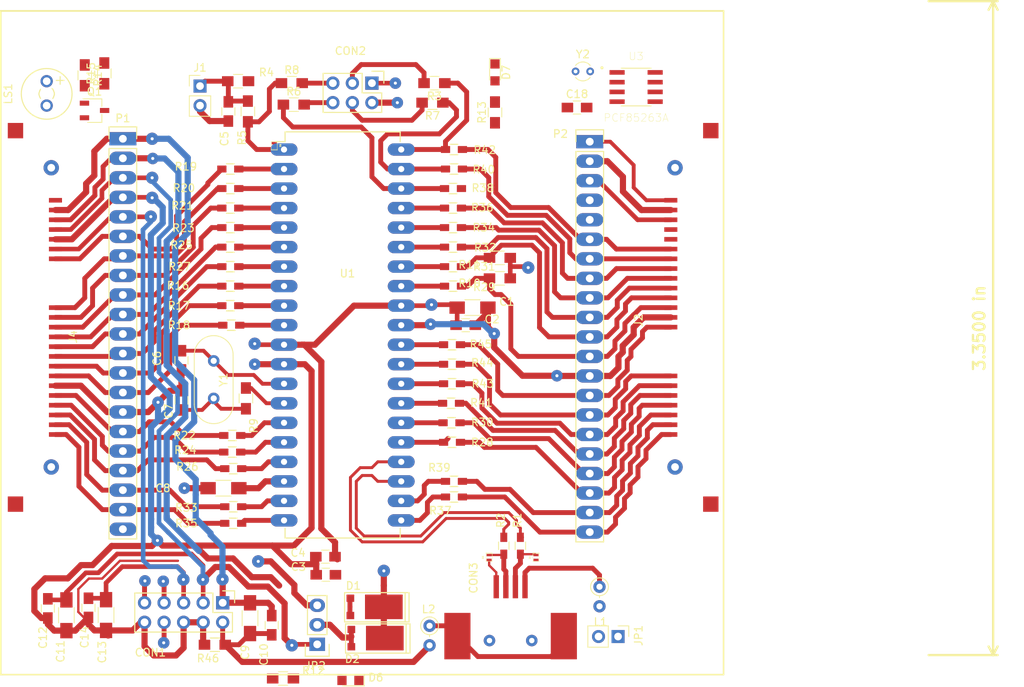
<source format=kicad_pcb>
(kicad_pcb (version 4) (host pcbnew 4.0.6-e0-6349~53~ubuntu14.04.1)
  (layers (0 F.Cu signal) (31 B.Cu signal) (34 B.Paste user) (35 F.Paste user) (36 B.SilkS user) (37 F.SilkS user) (38 B.Mask user) (39 F.Mask user) (44 Edge.Cuts user))
  (net 0 "")
  (net 1 VDD)
  (net 2 GNDD)
  (net 3 "Net-(C5-Pad1)")
  (net 4 /OSC1)
  (net 5 "Net-(C7-Pad1)")
  (net 6 /VUSB_CAP)
  (net 7 /VPWR)
  (net 8 GNDPWR)
  (net 9 /VCC_5V)
  (net 10 /VDD_3V)
  (net 11 "Net-(CON3-Pad1)")
  (net 12 "Net-(CON3-Pad5)")
  (net 13 //RST_VIKING)
  (net 14 //CS_VIKING)
  (net 15 /MISO)
  (net 16 /MOSI)
  (net 17 //RST_LAN)
  (net 18 //CS_LAN)
  (net 19 //RST_GPIB)
  (net 20 //RST_KEY)
  (net 21 "Net-(D1-Pad2)")
  (net 22 /USB_D-)
  (net 23 /MCLR_INT)
  (net 24 /USB_VBUS)
  (net 25 /USB_D+)
  (net 26 /LVP)
  (net 27 /OSC2)
  (net 28 "Net-(U3-Pad1)")
  (net 29 "Net-(U3-Pad2)")
  (net 30 "Net-(CON2-Pad3)")
  (net 31 "Net-(CON2-Pad4)")
  (net 32 "Net-(CON2-Pad5)")
  (net 33 "Net-(CON2-Pad6)")
  (net 34 /PA0)
  (net 35 /PA1)
  (net 36 /PA2)
  (net 37 /PA3)
  (net 38 /PA4)
  (net 39 /PA5)
  (net 40 /PE0)
  (net 41 /PE1)
  (net 42 /PE2)
  (net 43 /PC0)
  (net 44 /PC1)
  (net 45 /PC2)
  (net 46 /PD0)
  (net 47 /PD1)
  (net 48 /PB7)
  (net 49 /PB6)
  (net 50 /PB4)
  (net 51 /PB3)
  (net 52 /PB2)
  (net 53 /PB1)
  (net 54 /PB0)
  (net 55 "Net-(D6-Pad2)")
  (net 56 "Net-(D7-Pad2)")
  (net 57 "Net-(LS1-Pad1)")
  (net 58 "Net-(LS1-Pad2)")
  (net 59 "Net-(Q1-Pad1)")
  (net 60 /VCC_3V)
  (net 61 /GND_PWR)
  (net 62 "Net-(D2-Pad2)")
  (net 63 /PGD)
  (net 64 /PGC)
  (net 65 /RE0)
  (net 66 /RE1)
  (net 67 /RE2)
  (net 68 /RA0)
  (net 69 /RA1)
  (net 70 /RA2)
  (net 71 /RC0)
  (net 72 /RA3)
  (net 73 /RC1)
  (net 74 /RA4)
  (net 75 /RC2)
  (net 76 /RA5)
  (net 77 /RC6)
  (net 78 /RB0)
  (net 79 /RC7)
  (net 80 /RB1)
  (net 81 /RB2)
  (net 82 /RD0)
  (net 83 /RB3)
  (net 84 /RD1)
  (net 85 /RB4)
  (net 86 /RD2)
  (net 87 /RD3)
  (net 88 /RD4)
  (net 89 /RD5)
  (net 90 /RD6)
  (net 91 /RD7)
  (net 92 /D-)
  (net 93 /D+)
  (net 94 "Net-(CON1-Pad7)")
  (net 95 "Net-(CON1-Pad8)")
  (net 96 "Net-(CON1-Pad9)")
  (net 97 "Net-(J4-Pad1)")
  (net 98 /PB5)
  (net 99 "Net-(BT1-Pad1)")
  (net 100 "Net-(U3-Pad7)")
  (net 101 /GND)
  (module CenditFootprints2:DEBUG_PIN_HEADER_21P (layer F.Cu) (at 161.925 67.437)
    (fp_text reference P1 (at 0 -2.667) (layer F.SilkS))
    (fp_text value DEBUG_HEADER_21P)
    (pad 1 thru_hole rect (at 0 0) (size 3.5 1.7272) (drill 1.016) (layers *.Cu *.Mask) (net 7 /VPWR))
    (pad 2 thru_hole oval (at 0 2.54) (size 3.5 1.7272) (drill 1.016) (layers *.Cu *.Mask) (net 8 GNDPWR))
    (pad 3 thru_hole oval (at 0 5.08) (size 3.5 1.7272) (drill 1.016) (layers *.Cu *.Mask) (net 9 /VCC_5V))
    (pad 4 thru_hole oval (at 0 7.62) (size 3.5 1.7272) (drill 1.016) (layers *.Cu *.Mask) (net 2 GNDD))
    (pad 5 thru_hole oval (at 0 10.16) (size 3.5 1.7272) (drill 1.016) (layers *.Cu *.Mask) (net 10 /VDD_3V))
    (pad 6 thru_hole oval (at 0 12.7) (size 3.5 1.7272) (drill 1.016) (layers *.Cu *.Mask) (net 34 /PA0))
    (pad 7 thru_hole oval (at 0 15.24) (size 3.5 1.7272) (drill 1.016) (layers *.Cu *.Mask) (net 35 /PA1))
    (pad 8 thru_hole oval (at 0 17.78) (size 3.5 1.7272) (drill 1.016) (layers *.Cu *.Mask) (net 36 /PA2))
    (pad 9 thru_hole oval (at 0 20.32) (size 3.5 1.7272) (drill 1.016) (layers *.Cu *.Mask) (net 37 /PA3))
    (pad 10 thru_hole oval (at 0 22.86) (size 3.5 1.7272) (drill 1.016) (layers *.Cu *.Mask) (net 38 /PA4))
    (pad 11 thru_hole oval (at 0 25.4) (size 3.5 1.7272) (drill 1.016) (layers *.Cu *.Mask) (net 39 /PA5))
    (pad 12 thru_hole oval (at 0 27.94) (size 3.5 1.7272) (drill 1.016) (layers *.Cu *.Mask) (net 40 /PE0))
    (pad 13 thru_hole oval (at 0 30.48) (size 3.5 1.7272) (drill 1.016) (layers *.Cu *.Mask) (net 41 /PE1))
    (pad 14 thru_hole oval (at 0 33.02) (size 3.5 1.7272) (drill 1.016) (layers *.Cu *.Mask) (net 42 /PE2))
    (pad 15 thru_hole oval (at 0 35.56) (size 3.5 1.7272) (drill 1.016) (layers *.Cu *.Mask) (net 2 GNDD))
    (pad 16 thru_hole oval (at 0 38.1) (size 3.5 1.7272) (drill 1.016) (layers *.Cu *.Mask) (net 43 /PC0))
    (pad 17 thru_hole oval (at 0 40.64) (size 3.5 1.7272) (drill 1.016) (layers *.Cu *.Mask) (net 44 /PC1))
    (pad 18 thru_hole oval (at 0 43.18) (size 3.5 1.7272) (drill 1.016) (layers *.Cu *.Mask) (net 45 /PC2))
    (pad 19 thru_hole oval (at 0 45.72) (size 3.5 1.7272) (drill 1.016) (layers *.Cu *.Mask) (net 46 /PD0))
    (pad 20 thru_hole oval (at 0 48.26) (size 3.5 1.7272) (drill 1.016) (layers *.Cu *.Mask) (net 47 /PD1))
    (pad 21 thru_hole oval (at 0 50.8) (size 3.5 1.7272) (drill 1.016) (layers *.Cu *.Mask) (net 101 /GND))
  )
  (module Resistors_SMD:R_0603_HandSoldering (layer F.Cu) (at 213.614 120.396 270)
    (fp_text reference R1 (at -3.302 0.381 270) (layer F.SilkS))
    (fp_text value 33)
    (pad 1 smd rect (at -1.1 0 270) (size 1.2 0.9) (layers F.Cu F.Paste F.Mask) (net 22 /USB_D-))
    (pad 2 smd rect (at 1.1 0 270) (size 1.2 0.9) (layers F.Cu F.Paste F.Mask) (net 92 /D-))
  )
  (module Capacitors_SMD:C_1206_HandSoldering (layer F.Cu) (at 207.391 89.408)
    (fp_text reference C1 (at 4.445 -0.762) (layer F.SilkS))
    (fp_text value 1uF)
    (pad 1 smd rect (at -2 0) (size 2 1.6) (layers F.Cu F.Paste F.Mask) (net 1 VDD))
    (pad 2 smd rect (at 2 0) (size 2 1.6) (layers F.Cu F.Paste F.Mask) (net 2 GNDD))
  )
  (module Capacitors_SMD:C_0805_HandSoldering (layer F.Cu) (at 206.502 91.694)
    (fp_text reference C2 (at 3.429 -0.762) (layer F.SilkS))
    (fp_text value 0.1uF)
    (pad 1 smd rect (at -1.25 0) (size 1.5 1.25) (layers F.Cu F.Paste F.Mask) (net 1 VDD))
    (pad 2 smd rect (at 1.25 0) (size 1.5 1.25) (layers F.Cu F.Paste F.Mask) (net 2 GNDD))
  )
  (module Capacitors_SMD:C_0805_HandSoldering (layer F.Cu) (at 188.3156 124.1679 180)
    (fp_text reference C3 (at 3.556 1.016 180) (layer F.SilkS))
    (fp_text value 0.1uF)
    (pad 1 smd rect (at -1.25 0 180) (size 1.5 1.25) (layers F.Cu F.Paste F.Mask) (net 1 VDD))
    (pad 2 smd rect (at 1.25 0 180) (size 1.5 1.25) (layers F.Cu F.Paste F.Mask) (net 2 GNDD))
  )
  (module Capacitors_SMD:C_0805_HandSoldering (layer F.Cu) (at 188.2648 121.8184 180)
    (fp_text reference C4 (at 3.556 0.508 180) (layer F.SilkS))
    (fp_text value 0.1uF)
    (pad 1 smd rect (at -1.25 0 180) (size 1.5 1.25) (layers F.Cu F.Paste F.Mask) (net 1 VDD))
    (pad 2 smd rect (at 1.25 0 180) (size 1.5 1.25) (layers F.Cu F.Paste F.Mask) (net 2 GNDD))
  )
  (module Capacitors_SMD:C_0805_HandSoldering (layer F.Cu) (at 175.641 63.881 270)
    (fp_text reference C5 (at 3.556 0.508 270) (layer F.SilkS))
    (fp_text value 0.1uF)
    (pad 1 smd rect (at -1.25 0 270) (size 1.5 1.25) (layers F.Cu F.Paste F.Mask) (net 3 "Net-(C5-Pad1)"))
    (pad 2 smd rect (at 1.25 0 270) (size 1.5 1.25) (layers F.Cu F.Paste F.Mask) (net 2 GNDD))
  )
  (module Capacitors_SMD:C_1206_HandSoldering (layer F.Cu) (at 175.006 112.903)
    (fp_text reference C8 (at -7.874 0) (layer F.SilkS))
    (fp_text value 1uF)
    (pad 1 smd rect (at -2 0) (size 2 1.6) (layers F.Cu F.Paste F.Mask) (net 2 GNDD))
    (pad 2 smd rect (at 2 0) (size 2 1.6) (layers F.Cu F.Paste F.Mask) (net 6 /VUSB_CAP))
  )
  (module Capacitors_SMD:C_1206_HandSoldering (layer F.Cu) (at 178.4604 129.8194 270)
    (fp_text reference C9 (at 4.445 0.635 270) (layer F.SilkS))
    (fp_text value 1uF)
    (pad 1 smd rect (at -2 0 270) (size 2 1.6) (layers F.Cu F.Paste F.Mask) (net 7 /VPWR))
    (pad 2 smd rect (at 2 0 270) (size 2 1.6) (layers F.Cu F.Paste F.Mask) (net 8 GNDPWR))
  )
  (module Capacitors_SMD:C_0805_HandSoldering (layer F.Cu) (at 181.2798 130.7338 270)
    (fp_text reference C10 (at 3.81 1.016 270) (layer F.SilkS))
    (fp_text value 0.1uF)
    (pad 1 smd rect (at -1.25 0 270) (size 1.5 1.25) (layers F.Cu F.Paste F.Mask) (net 7 /VPWR))
    (pad 2 smd rect (at 1.25 0 270) (size 1.5 1.25) (layers F.Cu F.Paste F.Mask) (net 8 GNDPWR))
  )
  (module Capacitors_SMD:C_1206_HandSoldering (layer F.Cu) (at 154.5844 129.4384 270)
    (fp_text reference C11 (at 4.699 0.762 270) (layer F.SilkS))
    (fp_text value 1uF)
    (pad 1 smd rect (at -2 0 270) (size 2 1.6) (layers F.Cu F.Paste F.Mask) (net 9 /VCC_5V))
    (pad 2 smd rect (at 2 0 270) (size 2 1.6) (layers F.Cu F.Paste F.Mask) (net 2 GNDD))
  )
  (module Capacitors_SMD:C_0805_HandSoldering (layer F.Cu) (at 152.1714 128.5494 270)
    (fp_text reference C12 (at 3.81 0.635 270) (layer F.SilkS))
    (fp_text value 0.1uF)
    (pad 1 smd rect (at -1.25 0 270) (size 1.5 1.25) (layers F.Cu F.Paste F.Mask) (net 9 /VCC_5V))
    (pad 2 smd rect (at 1.25 0 270) (size 1.5 1.25) (layers F.Cu F.Paste F.Mask) (net 2 GNDD))
  )
  (module Capacitors_SMD:C_1206_HandSoldering (layer F.Cu) (at 159.7406 129.413 270)
    (fp_text reference C13 (at 4.826 0.508 270) (layer F.SilkS))
    (fp_text value 1uF)
    (pad 1 smd rect (at -2 0 270) (size 2 1.6) (layers F.Cu F.Paste F.Mask) (net 10 /VDD_3V))
    (pad 2 smd rect (at 2 0 270) (size 2 1.6) (layers F.Cu F.Paste F.Mask) (net 2 GNDD))
  )
  (module Capacitors_SMD:C_0805_HandSoldering (layer F.Cu) (at 157.4546 128.4732 270)
    (fp_text reference C14 (at 3.81 0.508 270) (layer F.SilkS))
    (fp_text value 0.1uF)
    (pad 1 smd rect (at -1.25 0 270) (size 1.5 1.25) (layers F.Cu F.Paste F.Mask) (net 10 /VDD_3V))
    (pad 2 smd rect (at 1.25 0 270) (size 1.5 1.25) (layers F.Cu F.Paste F.Mask) (net 2 GNDD))
  )
  (module Capacitors_SMD:C_0805_HandSoldering (layer F.Cu) (at 220.98 63.373)
    (fp_text reference C18 (at 0 -1.75) (layer F.SilkS))
    (fp_text value 0.1uF)
    (pad 1 smd rect (at -1.25 0) (size 1.5 1.25) (layers F.Cu F.Paste F.Mask) (net 10 /VDD_3V))
    (pad 2 smd rect (at 1.25 0) (size 1.5 1.25) (layers F.Cu F.Paste F.Mask) (net 2 GNDD))
  )
  (module Pin_Headers:Pin_Header_Straight_1x02_Pitch2.54mm (layer F.Cu) (at 171.958 60.579)
    (fp_text reference J1 (at 0 -2.39) (layer F.SilkS))
    (fp_text value RESET_CON)
    (pad 1 thru_hole rect (at 0 0) (size 1.7 1.7) (drill 1) (layers *.Cu *.Mask) (net 3 "Net-(C5-Pad1)"))
    (pad 2 thru_hole oval (at 0 2.54) (size 1.7 1.7) (drill 1) (layers *.Cu *.Mask) (net 2 GNDD))
  )
  (module Pin_Headers:Pin_Header_Straight_1x02_Pitch2.54mm (layer F.Cu) (at 226.314 132.207 270)
    (fp_text reference JP1 (at -0.127 -2.667 270) (layer F.SilkS))
    (fp_text value JMP_USB_VBUS)
    (pad 1 thru_hole rect (at 0 0 270) (size 1.7 1.7) (drill 1) (layers *.Cu *.Mask) (net 24 /USB_VBUS))
    (pad 2 thru_hole oval (at 0 2.54 270) (size 1.7 1.7) (drill 1) (layers *.Cu *.Mask) (net 21 "Net-(D1-Pad2)"))
  )
  (module Resistors_SMD:R_0603_HandSoldering (layer F.Cu) (at 211.455 120.396 270)
    (fp_text reference R2 (at -3.302 0.381 270) (layer F.SilkS))
    (fp_text value 33)
    (pad 1 smd rect (at -1.1 0 270) (size 1.2 0.9) (layers F.Cu F.Paste F.Mask) (net 25 /USB_D+))
    (pad 2 smd rect (at 1.1 0 270) (size 1.2 0.9) (layers F.Cu F.Paste F.Mask) (net 93 /D+))
  )
  (module Resistors_SMD:R_0805_HandSoldering (layer F.Cu) (at 202.438 60.198 180)
    (fp_text reference R3 (at 0 -1.7 180) (layer F.SilkS))
    (fp_text value 100R)
    (pad 1 smd rect (at -1.35 0 180) (size 1.5 1.3) (layers F.Cu F.Paste F.Mask) (net 63 /PGD))
    (pad 2 smd rect (at 1.35 0 180) (size 1.5 1.3) (layers F.Cu F.Paste F.Mask) (net 30 "Net-(CON2-Pad3)"))
  )
  (module Resistors_SMD:R_0805_HandSoldering (layer F.Cu) (at 176.911 59.944 180)
    (fp_text reference R4 (at -3.683 1.143 180) (layer F.SilkS))
    (fp_text value 4,7K)
    (pad 1 smd rect (at -1.35 0 180) (size 1.5 1.3) (layers F.Cu F.Paste F.Mask) (net 1 VDD))
    (pad 2 smd rect (at 1.35 0 180) (size 1.5 1.3) (layers F.Cu F.Paste F.Mask) (net 3 "Net-(C5-Pad1)"))
  )
  (module Resistors_SMD:R_0805_HandSoldering (layer F.Cu) (at 178.181 63.881 90)
    (fp_text reference R5 (at -3.429 -0.762 90) (layer F.SilkS))
    (fp_text value 100R)
    (pad 1 smd rect (at -1.35 0 90) (size 1.5 1.3) (layers F.Cu F.Paste F.Mask) (net 23 /MCLR_INT))
    (pad 2 smd rect (at 1.35 0 90) (size 1.5 1.3) (layers F.Cu F.Paste F.Mask) (net 3 "Net-(C5-Pad1)"))
  )
  (module Resistors_SMD:R_0805_HandSoldering (layer F.Cu) (at 184.15 62.992)
    (fp_text reference R6 (at 0 -1.7) (layer F.SilkS))
    (fp_text value 100R)
    (pad 1 smd rect (at -1.35 0) (size 1.5 1.3) (layers F.Cu F.Paste F.Mask) (net 26 /LVP))
    (pad 2 smd rect (at 1.35 0) (size 1.5 1.3) (layers F.Cu F.Paste F.Mask) (net 33 "Net-(CON2-Pad6)"))
  )
  (module Resistors_SMD:R_0805_HandSoldering (layer F.Cu) (at 202.184 62.738 180)
    (fp_text reference R7 (at 0 -1.7 180) (layer F.SilkS))
    (fp_text value 100R)
    (pad 1 smd rect (at -1.35 0 180) (size 1.5 1.3) (layers F.Cu F.Paste F.Mask) (net 64 /PGC))
    (pad 2 smd rect (at 1.35 0 180) (size 1.5 1.3) (layers F.Cu F.Paste F.Mask) (net 31 "Net-(CON2-Pad4)"))
  )
  (module Resistors_SMD:R_0805_HandSoldering (layer F.Cu) (at 183.896 60.198)
    (fp_text reference R8 (at 0 -1.7) (layer F.SilkS))
    (fp_text value 100)
    (pad 1 smd rect (at -1.35 0) (size 1.5 1.3) (layers F.Cu F.Paste F.Mask) (net 23 /MCLR_INT))
    (pad 2 smd rect (at 1.35 0) (size 1.5 1.3) (layers F.Cu F.Paste F.Mask) (net 32 "Net-(CON2-Pad5)"))
  )
  (module Resistors_SMD:R_0805_HandSoldering (layer F.Cu) (at 177.927 101.219 270)
    (fp_text reference R9 (at 3.556 -1.016 270) (layer F.SilkS))
    (fp_text value RS)
    (pad 1 smd rect (at -1.35 0 270) (size 1.5 1.3) (layers F.Cu F.Paste F.Mask) (net 27 /OSC2))
    (pad 2 smd rect (at 1.35 0 270) (size 1.5 1.3) (layers F.Cu F.Paste F.Mask) (net 5 "Net-(C7-Pad1)"))
  )
  (module Resistors_SMD:R_0805_HandSoldering (layer F.Cu) (at 210.947 85.598 180)
    (fp_text reference R10 (at 3.937 -0.635 180) (layer F.SilkS))
    (fp_text value 4.7K)
    (pad 1 smd rect (at -1.35 0 180) (size 1.5 1.3) (layers F.Cu F.Paste F.Mask) (net 1 VDD))
    (pad 2 smd rect (at 1.35 0 180) (size 1.5 1.3) (layers F.Cu F.Paste F.Mask) (net 54 /PB0))
  )
  (module Resistors_SMD:R_0805_HandSoldering (layer F.Cu) (at 210.947 82.931 180)
    (fp_text reference R11 (at 3.937 -0.889 180) (layer F.SilkS))
    (fp_text value 4.7K)
    (pad 1 smd rect (at -1.35 0 180) (size 1.5 1.3) (layers F.Cu F.Paste F.Mask) (net 1 VDD))
    (pad 2 smd rect (at 1.35 0 180) (size 1.5 1.3) (layers F.Cu F.Paste F.Mask) (net 53 /PB1))
  )
  (module Crystals:Crystal_HC49-4H_Vertical (layer F.Cu) (at 173.736 101.219 90)
    (fp_text reference Y1 (at 2.413 1.27 90) (layer F.SilkS))
    (fp_text value Crystal)
    (pad 1 thru_hole circle (at 0 0 90) (size 1.5 1.5) (drill 0.8) (layers *.Cu *.Mask) (net 5 "Net-(C7-Pad1)"))
    (pad 2 thru_hole circle (at 4.88 0 90) (size 1.5 1.5) (drill 0.8) (layers *.Cu *.Mask) (net 4 /OSC1))
  )
  (module Crystals:Crystal_C26-LF_d2.1mm_l6.5mm_Vertical (layer F.Cu) (at 220.7895 58.674)
    (fp_text reference Y2 (at 0.95 -2.23) (layer F.SilkS))
    (fp_text value 32.768KHZ)
    (pad 1 thru_hole circle (at 0 0) (size 1 1) (drill 0.5) (layers *.Cu *.Mask) (net 28 "Net-(U3-Pad1)"))
    (pad 2 thru_hole circle (at 1.9 0) (size 1 1) (drill 0.5) (layers *.Cu *.Mask) (net 29 "Net-(U3-Pad2)"))
  )
  (module Inductors_THT:L_Axial_L5.3mm_D2.2mm_P2.54mm_Vertical_Vishay_IM-1 (layer F.Cu) (at 223.901 125.73 270)
    (fp_text reference L1 (at 4.572 -0.127 360) (layer F.SilkS))
    (fp_text value FERRITE_BEAD)
    (pad 1 thru_hole circle (at 0 0 270) (size 1.6 1.6) (drill 0.8) (layers *.Cu *.Mask) (net 11 "Net-(CON3-Pad1)"))
    (pad 2 thru_hole oval (at 2.54 0 270) (size 1.6 1.6) (drill 0.8) (layers *.Cu *.Mask) (net 24 /USB_VBUS))
  )
  (module Inductors_THT:L_Axial_L5.3mm_D2.2mm_P2.54mm_Vertical_Vishay_IM-1 (layer F.Cu) (at 201.803 130.81 270)
    (fp_text reference L2 (at -2.159 0.127 360) (layer F.SilkS))
    (fp_text value FERRITE_BEAD)
    (pad 1 thru_hole circle (at 0 0 270) (size 1.6 1.6) (drill 0.8) (layers *.Cu *.Mask) (net 12 "Net-(CON3-Pad5)"))
    (pad 2 thru_hole oval (at 2.54 0 270) (size 1.6 1.6) (drill 0.8) (layers *.Cu *.Mask) (net 8 GNDPWR))
  )
  (module Capacitors_SMD:C_0805_HandSoldering (layer F.Cu) (at 169.545 96.266 270)
    (fp_text reference C6 (at -0.254 3.175 270) (layer F.SilkS))
    (fp_text value 22p)
    (pad 1 smd rect (at -1.25 0 270) (size 1.5 1.25) (layers F.Cu F.Paste F.Mask) (net 4 /OSC1))
    (pad 2 smd rect (at 1.25 0 270) (size 1.5 1.25) (layers F.Cu F.Paste F.Mask) (net 2 GNDD))
  )
  (module Capacitors_SMD:C_0805_HandSoldering (layer F.Cu) (at 169.545 101.473 90)
    (fp_text reference C7 (at -1.397 -1.651 90) (layer F.SilkS))
    (fp_text value 22p)
    (pad 1 smd rect (at -1.25 0 90) (size 1.5 1.25) (layers F.Cu F.Paste F.Mask) (net 5 "Net-(C7-Pad1)"))
    (pad 2 smd rect (at 1.25 0 90) (size 1.5 1.25) (layers F.Cu F.Paste F.Mask) (net 2 GNDD))
  )
  (module LEDs:LED_0805 (layer F.Cu) (at 191.516 137.922 180)
    (fp_text reference D6 (at -3.302 0.381 180) (layer F.SilkS))
    (fp_text value LED)
    (pad 2 smd rect (at 1.1 0) (size 1.2 1.2) (layers F.Cu F.Paste F.Mask) (net 55 "Net-(D6-Pad2)"))
    (pad 1 smd rect (at -1.1 0) (size 1.2 1.2) (layers F.Cu F.Paste F.Mask) (net 2 GNDD))
  )
  (module LEDs:LED_0805 (layer F.Cu) (at 210.312 58.801 270)
    (fp_text reference D7 (at 0 -1.45 270) (layer F.SilkS))
    (fp_text value LED)
    (pad 2 smd rect (at 1.1 0 90) (size 1.2 1.2) (layers F.Cu F.Paste F.Mask) (net 56 "Net-(D7-Pad2)"))
    (pad 1 smd rect (at -1.1 0 90) (size 1.2 1.2) (layers F.Cu F.Paste F.Mask) (net 2 GNDD))
  )
  (module TO_SOT_Packages_SMD:TSOT-23 (layer F.Cu) (at 158.242 63.754)
    (fp_text reference Q1 (at 0 -2.45) (layer F.SilkS))
    (fp_text value 2N2222)
    (pad 1 smd rect (at -1.31 -0.95) (size 1.22 0.65) (layers F.Cu F.Paste F.Mask) (net 59 "Net-(Q1-Pad1)"))
    (pad 2 smd rect (at -1.31 0.95) (size 1.22 0.65) (layers F.Cu F.Paste F.Mask) (net 58 "Net-(LS1-Pad2)"))
    (pad 3 smd rect (at 1.31 0) (size 1.22 0.65) (layers F.Cu F.Paste F.Mask) (net 2 GNDD))
  )
  (module Resistors_SMD:R_0805_HandSoldering (layer F.Cu) (at 182.753 137.668)
    (fp_text reference R12 (at 3.937 -1.016) (layer F.SilkS))
    (fp_text value 300)
    (pad 1 smd rect (at -1.35 0) (size 1.5 1.3) (layers F.Cu F.Paste F.Mask) (net 1 VDD))
    (pad 2 smd rect (at 1.35 0) (size 1.5 1.3) (layers F.Cu F.Paste F.Mask) (net 55 "Net-(D6-Pad2)"))
  )
  (module Resistors_SMD:R_0805_HandSoldering (layer F.Cu) (at 210.312 64.008 90)
    (fp_text reference R13 (at 0 -1.7 90) (layer F.SilkS))
    (fp_text value 300)
    (pad 1 smd rect (at -1.35 0 90) (size 1.5 1.3) (layers F.Cu F.Paste F.Mask) (net 50 /PB4))
    (pad 2 smd rect (at 1.35 0 90) (size 1.5 1.3) (layers F.Cu F.Paste F.Mask) (net 56 "Net-(D7-Pad2)"))
  )
  (module Resistors_SMD:R_0805_HandSoldering (layer F.Cu) (at 156.972 59.182 270)
    (fp_text reference R14 (at 0 -1.7 270) (layer F.SilkS))
    (fp_text value 300)
    (pad 1 smd rect (at -1.35 0 270) (size 1.5 1.3) (layers F.Cu F.Paste F.Mask) (net 59 "Net-(Q1-Pad1)"))
    (pad 2 smd rect (at 1.35 0 270) (size 1.5 1.3) (layers F.Cu F.Paste F.Mask) (net 34 /PA0))
  )
  (module Resistors_SMD:R_0805_HandSoldering (layer F.Cu) (at 159.512 58.928 90)
    (fp_text reference R15 (at 0 -1.7 90) (layer F.SilkS))
    (fp_text value 1k)
    (pad 1 smd rect (at -1.35 0 90) (size 1.5 1.3) (layers F.Cu F.Paste F.Mask) (net 57 "Net-(LS1-Pad1)"))
    (pad 2 smd rect (at 1.35 0 90) (size 1.5 1.3) (layers F.Cu F.Paste F.Mask) (net 1 VDD))
  )
  (module Buzzers_Beepers:MagneticBuzzer_Kingstate_KCG0601 (layer F.Cu) (at 152.019 63.119 90)
    (fp_text reference LS1 (at 1.524 -5.00126 90) (layer F.SilkS))
    (fp_text value Speaker_Crystal)
    (pad 1 thru_hole circle (at 0 0 90) (size 1.6002 1.6002) (drill 1.00076) (layers *.Cu *.Mask) (net 57 "Net-(LS1-Pad1)"))
    (pad 2 thru_hole circle (at 3.175 0 90) (size 1.6002 1.6002) (drill 1.00076) (layers *.Cu *.Mask) (net 58 "Net-(LS1-Pad2)"))
  )
  (module Pin_Headers:Pin_Header_Straight_2x05 (layer F.Cu) (at 174.9044 127.8128 270)
    (fp_text reference CON1 (at 6.477 9.398 360) (layer F.SilkS))
    (fp_text value POWER_BUS)
    (pad 1 thru_hole rect (at 0 0 270) (size 1.7272 1.7272) (drill 1.016) (layers *.Cu *.Mask) (net 7 /VPWR))
    (pad 2 thru_hole oval (at 2.54 0 270) (size 1.7272 1.7272) (drill 1.016) (layers *.Cu *.Mask) (net 8 GNDPWR))
    (pad 3 thru_hole oval (at 0 2.54 270) (size 1.7272 1.7272) (drill 1.016) (layers *.Cu *.Mask) (net 9 /VCC_5V))
    (pad 4 thru_hole oval (at 2.54 2.54 270) (size 1.7272 1.7272) (drill 1.016) (layers *.Cu *.Mask) (net 2 GNDD))
    (pad 5 thru_hole oval (at 0 5.08 270) (size 1.7272 1.7272) (drill 1.016) (layers *.Cu *.Mask) (net 10 /VDD_3V))
    (pad 6 thru_hole oval (at 2.54 5.08 270) (size 1.7272 1.7272) (drill 1.016) (layers *.Cu *.Mask) (net 2 GNDD))
    (pad 7 thru_hole oval (at 0 7.62 270) (size 1.7272 1.7272) (drill 1.016) (layers *.Cu *.Mask) (net 94 "Net-(CON1-Pad7)"))
    (pad 8 thru_hole oval (at 2.54 7.62 270) (size 1.7272 1.7272) (drill 1.016) (layers *.Cu *.Mask) (net 95 "Net-(CON1-Pad8)"))
    (pad 9 thru_hole oval (at 0 10.16 270) (size 1.7272 1.7272) (drill 1.016) (layers *.Cu *.Mask) (net 96 "Net-(CON1-Pad9)"))
    (pad 10 thru_hole oval (at 2.54 10.16 270) (size 1.7272 1.7272) (drill 1.016) (layers *.Cu *.Mask) (net 2 GNDD))
  )
  (module Pin_Headers:Pin_Header_Straight_2x03 (layer F.Cu) (at 194.31 60.198 270)
    (fp_text reference CON2 (at -4.191 2.794 360) (layer F.SilkS))
    (fp_text value ICSP_CON)
    (pad 1 thru_hole rect (at 0 0 270) (size 1.7272 1.7272) (drill 1.016) (layers *.Cu *.Mask) (net 1 VDD))
    (pad 2 thru_hole oval (at 2.54 0 270) (size 1.7272 1.7272) (drill 1.016) (layers *.Cu *.Mask) (net 2 GNDD))
    (pad 3 thru_hole oval (at 0 2.54 270) (size 1.7272 1.7272) (drill 1.016) (layers *.Cu *.Mask) (net 30 "Net-(CON2-Pad3)"))
    (pad 4 thru_hole oval (at 2.54 2.54 270) (size 1.7272 1.7272) (drill 1.016) (layers *.Cu *.Mask) (net 31 "Net-(CON2-Pad4)"))
    (pad 5 thru_hole oval (at 0 5.08 270) (size 1.7272 1.7272) (drill 1.016) (layers *.Cu *.Mask) (net 32 "Net-(CON2-Pad5)"))
    (pad 6 thru_hole oval (at 2.54 5.08 270) (size 1.7272 1.7272) (drill 1.016) (layers *.Cu *.Mask) (net 33 "Net-(CON2-Pad6)"))
  )
  (module Resistors_SMD:R_0603_HandSoldering (layer F.Cu) (at 175.895 86.614)
    (fp_text reference R16 (at -6.7945 -0.0635) (layer F.SilkS))
    (fp_text value RP)
    (pad 1 smd rect (at -1.1 0) (size 1.2 0.9) (layers F.Cu F.Paste F.Mask) (net 40 /PE0))
    (pad 2 smd rect (at 1.1 0) (size 1.2 0.9) (layers F.Cu F.Paste F.Mask) (net 65 /RE0))
  )
  (module Resistors_SMD:R_0603_HandSoldering (layer F.Cu) (at 175.895 89.154)
    (fp_text reference R17 (at -6.6675 0) (layer F.SilkS))
    (fp_text value RP)
    (pad 1 smd rect (at -1.1 0) (size 1.2 0.9) (layers F.Cu F.Paste F.Mask) (net 41 /PE1))
    (pad 2 smd rect (at 1.1 0) (size 1.2 0.9) (layers F.Cu F.Paste F.Mask) (net 66 /RE1))
  )
  (module Resistors_SMD:R_0603_HandSoldering (layer F.Cu) (at 176.022 91.694)
    (fp_text reference R18 (at -6.7945 0) (layer F.SilkS))
    (fp_text value RP)
    (pad 1 smd rect (at -1.1 0) (size 1.2 0.9) (layers F.Cu F.Paste F.Mask) (net 42 /PE2))
    (pad 2 smd rect (at 1.1 0) (size 1.2 0.9) (layers F.Cu F.Paste F.Mask) (net 67 /RE2))
  )
  (module Resistors_SMD:R_0603_HandSoldering (layer F.Cu) (at 175.895 71.374 180)
    (fp_text reference R19 (at 5.7785 0.3175 180) (layer F.SilkS))
    (fp_text value RP)
    (pad 1 smd rect (at -1.1 0 180) (size 1.2 0.9) (layers F.Cu F.Paste F.Mask) (net 68 /RA0))
    (pad 2 smd rect (at 1.1 0 180) (size 1.2 0.9) (layers F.Cu F.Paste F.Mask) (net 34 /PA0))
  )
  (module Resistors_SMD:R_0603_HandSoldering (layer F.Cu) (at 175.895 73.914 180)
    (fp_text reference R20 (at 6.0325 0.0635 180) (layer F.SilkS))
    (fp_text value RP)
    (pad 1 smd rect (at -1.1 0 180) (size 1.2 0.9) (layers F.Cu F.Paste F.Mask) (net 69 /RA1))
    (pad 2 smd rect (at 1.1 0 180) (size 1.2 0.9) (layers F.Cu F.Paste F.Mask) (net 35 /PA1))
  )
  (module Resistors_SMD:R_0603_HandSoldering (layer F.Cu) (at 175.895 76.454 180)
    (fp_text reference R21 (at 6.223 0.3175 180) (layer F.SilkS))
    (fp_text value RP)
    (pad 1 smd rect (at -1.1 0 180) (size 1.2 0.9) (layers F.Cu F.Paste F.Mask) (net 70 /RA2))
    (pad 2 smd rect (at 1.1 0 180) (size 1.2 0.9) (layers F.Cu F.Paste F.Mask) (net 36 /PA2))
  )
  (module Resistors_SMD:R_0603_HandSoldering (layer F.Cu) (at 176.149 106.045)
    (fp_text reference R22 (at -6.223 0) (layer F.SilkS))
    (fp_text value RP)
    (pad 1 smd rect (at -1.1 0) (size 1.2 0.9) (layers F.Cu F.Paste F.Mask) (net 43 /PC0))
    (pad 2 smd rect (at 1.1 0) (size 1.2 0.9) (layers F.Cu F.Paste F.Mask) (net 71 /RC0))
  )
  (module Resistors_SMD:R_0603_HandSoldering (layer F.Cu) (at 175.895 78.994 180)
    (fp_text reference R23 (at 6.096 -0.0635 180) (layer F.SilkS))
    (fp_text value RP)
    (pad 1 smd rect (at -1.1 0 180) (size 1.2 0.9) (layers F.Cu F.Paste F.Mask) (net 72 /RA3))
    (pad 2 smd rect (at 1.1 0 180) (size 1.2 0.9) (layers F.Cu F.Paste F.Mask) (net 37 /PA3))
  )
  (module Resistors_SMD:R_0603_HandSoldering (layer F.Cu) (at 176.149 108.204)
    (fp_text reference R24 (at -6.096 -0.254) (layer F.SilkS))
    (fp_text value RP)
    (pad 1 smd rect (at -1.1 0) (size 1.2 0.9) (layers F.Cu F.Paste F.Mask) (net 44 /PC1))
    (pad 2 smd rect (at 1.1 0) (size 1.2 0.9) (layers F.Cu F.Paste F.Mask) (net 73 /RC1))
  )
  (module Resistors_SMD:R_0603_HandSoldering (layer F.Cu) (at 175.895 81.534 180)
    (fp_text reference R25 (at 6.35 0.254 180) (layer F.SilkS))
    (fp_text value RP)
    (pad 1 smd rect (at -1.1 0 180) (size 1.2 0.9) (layers F.Cu F.Paste F.Mask) (net 74 /RA4))
    (pad 2 smd rect (at 1.1 0 180) (size 1.2 0.9) (layers F.Cu F.Paste F.Mask) (net 38 /PA4))
  )
  (module Resistors_SMD:R_0603_HandSoldering (layer F.Cu) (at 176.276 110.363)
    (fp_text reference R26 (at -5.969 -0.254) (layer F.SilkS))
    (fp_text value RP)
    (pad 1 smd rect (at -1.1 0) (size 1.2 0.9) (layers F.Cu F.Paste F.Mask) (net 45 /PC2))
    (pad 2 smd rect (at 1.1 0) (size 1.2 0.9) (layers F.Cu F.Paste F.Mask) (net 75 /RC2))
  )
  (module Resistors_SMD:R_0603_HandSoldering (layer F.Cu) (at 175.895 84.074 180)
    (fp_text reference R27 (at 6.604 0 180) (layer F.SilkS))
    (fp_text value RP)
    (pad 1 smd rect (at -1.1 0 180) (size 1.2 0.9) (layers F.Cu F.Paste F.Mask) (net 76 /RA5))
    (pad 2 smd rect (at 1.1 0 180) (size 1.2 0.9) (layers F.Cu F.Paste F.Mask) (net 39 /PA5))
  )
  (module Resistors_SMD:R_0603_HandSoldering (layer F.Cu) (at 204.724 106.934 180)
    (fp_text reference R28 (at -3.937 0 180) (layer F.SilkS))
    (fp_text value RP)
    (pad 1 smd rect (at -1.1 0 180) (size 1.2 0.9) (layers F.Cu F.Paste F.Mask) (net 15 /MISO))
    (pad 2 smd rect (at 1.1 0 180) (size 1.2 0.9) (layers F.Cu F.Paste F.Mask) (net 77 /RC6))
  )
  (module Resistors_SMD:R_0603_HandSoldering (layer F.Cu) (at 204.851 86.614)
    (fp_text reference R29 (at 4.064 0.127) (layer F.SilkS))
    (fp_text value RP)
    (pad 1 smd rect (at -1.1 0) (size 1.2 0.9) (layers F.Cu F.Paste F.Mask) (net 78 /RB0))
    (pad 2 smd rect (at 1.1 0) (size 1.2 0.9) (layers F.Cu F.Paste F.Mask) (net 54 /PB0))
  )
  (module Resistors_SMD:R_0603_HandSoldering (layer F.Cu) (at 204.6605 104.394 180)
    (fp_text reference R30 (at -4.0005 0.0635 180) (layer F.SilkS))
    (fp_text value RP)
    (pad 1 smd rect (at -1.1 0 180) (size 1.2 0.9) (layers F.Cu F.Paste F.Mask) (net 16 /MOSI))
    (pad 2 smd rect (at 1.1 0 180) (size 1.2 0.9) (layers F.Cu F.Paste F.Mask) (net 79 /RC7))
  )
  (module Resistors_SMD:R_0603_HandSoldering (layer F.Cu) (at 204.851 84.074)
    (fp_text reference R31 (at 4.064 0) (layer F.SilkS))
    (fp_text value RP)
    (pad 1 smd rect (at -1.1 0) (size 1.2 0.9) (layers F.Cu F.Paste F.Mask) (net 80 /RB1))
    (pad 2 smd rect (at 1.1 0) (size 1.2 0.9) (layers F.Cu F.Paste F.Mask) (net 53 /PB1))
  )
  (module Resistors_SMD:R_0603_HandSoldering (layer F.Cu) (at 204.851 81.534)
    (fp_text reference R32 (at 4.191 0.0635) (layer F.SilkS))
    (fp_text value RP)
    (pad 1 smd rect (at -1.1 0) (size 1.2 0.9) (layers F.Cu F.Paste F.Mask) (net 81 /RB2))
    (pad 2 smd rect (at 1.1 0) (size 1.2 0.9) (layers F.Cu F.Paste F.Mask) (net 52 /PB2))
  )
  (module Resistors_SMD:R_0603_HandSoldering (layer F.Cu) (at 176.276 115.316)
    (fp_text reference R33 (at -6.096 0.127) (layer F.SilkS))
    (fp_text value RP)
    (pad 1 smd rect (at -1.1 0) (size 1.2 0.9) (layers F.Cu F.Paste F.Mask) (net 46 /PD0))
    (pad 2 smd rect (at 1.1 0) (size 1.2 0.9) (layers F.Cu F.Paste F.Mask) (net 82 /RD0))
  )
  (module Resistors_SMD:R_0603_HandSoldering (layer F.Cu) (at 204.851 78.994)
    (fp_text reference R34 (at 4.0005 0) (layer F.SilkS))
    (fp_text value RP)
    (pad 1 smd rect (at -1.1 0) (size 1.2 0.9) (layers F.Cu F.Paste F.Mask) (net 83 /RB3))
    (pad 2 smd rect (at 1.1 0) (size 1.2 0.9) (layers F.Cu F.Paste F.Mask) (net 51 /PB3))
  )
  (module Resistors_SMD:R_0603_HandSoldering (layer F.Cu) (at 176.276 117.475)
    (fp_text reference R35 (at -6.096 0) (layer F.SilkS))
    (fp_text value RP)
    (pad 1 smd rect (at -1.1 0) (size 1.2 0.9) (layers F.Cu F.Paste F.Mask) (net 47 /PD1))
    (pad 2 smd rect (at 1.1 0) (size 1.2 0.9) (layers F.Cu F.Paste F.Mask) (net 84 /RD1))
  )
  (module Resistors_SMD:R_0603_HandSoldering (layer F.Cu) (at 204.851 76.454)
    (fp_text reference R36 (at 3.81 -0.0635) (layer F.SilkS))
    (fp_text value RP)
    (pad 1 smd rect (at -1.1 0) (size 1.2 0.9) (layers F.Cu F.Paste F.Mask) (net 85 /RB4))
    (pad 2 smd rect (at 1.1 0) (size 1.2 0.9) (layers F.Cu F.Paste F.Mask) (net 50 /PB4))
  )
  (module Resistors_SMD:R_0603_HandSoldering (layer F.Cu) (at 204.978 114.046 180)
    (fp_text reference R37 (at 1.778 -1.778 180) (layer F.SilkS))
    (fp_text value RP)
    (pad 1 smd rect (at -1.1 0 180) (size 1.2 0.9) (layers F.Cu F.Paste F.Mask) (net 20 //RST_KEY))
    (pad 2 smd rect (at 1.1 0 180) (size 1.2 0.9) (layers F.Cu F.Paste F.Mask) (net 86 /RD2))
  )
  (module Resistors_SMD:R_0603_HandSoldering (layer F.Cu) (at 204.851 73.914)
    (fp_text reference R38 (at 3.8735 -0.0635) (layer F.SilkS))
    (fp_text value RP)
    (pad 1 smd rect (at -1.1 0) (size 1.2 0.9) (layers F.Cu F.Paste F.Mask) (net 26 /LVP))
    (pad 2 smd rect (at 1.1 0) (size 1.2 0.9) (layers F.Cu F.Paste F.Mask) (net 98 /PB5))
  )
  (module Resistors_SMD:R_0603_HandSoldering (layer F.Cu) (at 204.978 112.014 180)
    (fp_text reference R39 (at 1.905 1.778 180) (layer F.SilkS))
    (fp_text value RP)
    (pad 1 smd rect (at -1.1 0 180) (size 1.2 0.9) (layers F.Cu F.Paste F.Mask) (net 19 //RST_GPIB))
    (pad 2 smd rect (at 1.1 0 180) (size 1.2 0.9) (layers F.Cu F.Paste F.Mask) (net 87 /RD3))
  )
  (module Resistors_SMD:R_0603_HandSoldering (layer F.Cu) (at 204.978 71.374)
    (fp_text reference R40 (at 3.8735 0.0635) (layer F.SilkS))
    (fp_text value RP)
    (pad 1 smd rect (at -1.1 0) (size 1.2 0.9) (layers F.Cu F.Paste F.Mask) (net 64 /PGC))
    (pad 2 smd rect (at 1.1 0) (size 1.2 0.9) (layers F.Cu F.Paste F.Mask) (net 49 /PB6))
  )
  (module Resistors_SMD:R_0603_HandSoldering (layer F.Cu) (at 204.597 101.854 180)
    (fp_text reference R41 (at -3.937 0.0635 180) (layer F.SilkS))
    (fp_text value RP)
    (pad 1 smd rect (at -1.1 0 180) (size 1.2 0.9) (layers F.Cu F.Paste F.Mask) (net 17 //RST_LAN))
    (pad 2 smd rect (at 1.1 0 180) (size 1.2 0.9) (layers F.Cu F.Paste F.Mask) (net 88 /RD4))
  )
  (module Resistors_SMD:R_0603_HandSoldering (layer F.Cu) (at 204.978 68.834)
    (fp_text reference R42 (at 4.0005 0.0635) (layer F.SilkS))
    (fp_text value RP)
    (pad 1 smd rect (at -1.1 0) (size 1.2 0.9) (layers F.Cu F.Paste F.Mask) (net 63 /PGD))
    (pad 2 smd rect (at 1.1 0) (size 1.2 0.9) (layers F.Cu F.Paste F.Mask) (net 48 /PB7))
  )
  (module Resistors_SMD:R_0603_HandSoldering (layer F.Cu) (at 204.724 99.314 180)
    (fp_text reference R43 (at -4.0005 0 180) (layer F.SilkS))
    (fp_text value RP)
    (pad 1 smd rect (at -1.1 0 180) (size 1.2 0.9) (layers F.Cu F.Paste F.Mask) (net 13 //RST_VIKING))
    (pad 2 smd rect (at 1.1 0 180) (size 1.2 0.9) (layers F.Cu F.Paste F.Mask) (net 89 /RD5))
  )
  (module Resistors_SMD:R_0603_HandSoldering (layer F.Cu) (at 204.724 96.774 180)
    (fp_text reference R44 (at -3.937 0.1905 180) (layer F.SilkS))
    (fp_text value RP)
    (pad 1 smd rect (at -1.1 0 180) (size 1.2 0.9) (layers F.Cu F.Paste F.Mask) (net 18 //CS_LAN))
    (pad 2 smd rect (at 1.1 0 180) (size 1.2 0.9) (layers F.Cu F.Paste F.Mask) (net 90 /RD6))
  )
  (module Resistors_SMD:R_0603_HandSoldering (layer F.Cu) (at 204.724 94.234 180)
    (fp_text reference R45 (at -3.7465 0.0635 180) (layer F.SilkS))
    (fp_text value RP)
    (pad 1 smd rect (at -1.1 0 180) (size 1.2 0.9) (layers F.Cu F.Paste F.Mask) (net 14 //CS_VIKING))
    (pad 2 smd rect (at 1.1 0 180) (size 1.2 0.9) (layers F.Cu F.Paste F.Mask) (net 91 /RD7))
  )
  (module Resistors_SMD:R_0805_HandSoldering (layer F.Cu) (at 173.8884 133.2738)
    (fp_text reference R46 (at -0.889 1.778) (layer F.SilkS))
    (fp_text value 0)
    (pad 1 smd rect (at -1.35 0) (size 1.5 1.3) (layers F.Cu F.Paste F.Mask) (net 2 GNDD))
    (pad 2 smd rect (at 1.35 0) (size 1.5 1.3) (layers F.Cu F.Paste F.Mask) (net 8 GNDPWR))
  )
  (module CenditFootprints2:PIC18F4550-PDIP (layer F.Cu) (at 182.88 68.834)
    (fp_text reference U1 (at 8.255 16.129) (layer F.SilkS))
    (fp_text value PIC18F4550-I/P)
    (pad 1 thru_hole oval (at 0 0) (size 3.5 1.6) (drill 0.8) (layers *.Cu *.Mask) (net 23 /MCLR_INT))
    (pad 2 thru_hole oval (at 0 2.54) (size 3.5 1.6) (drill 0.8) (layers *.Cu *.Mask) (net 68 /RA0))
    (pad 3 thru_hole oval (at 0 5.08) (size 3.5 1.6) (drill 0.8) (layers *.Cu *.Mask) (net 69 /RA1))
    (pad 4 thru_hole oval (at 0 7.62) (size 3.5 1.6) (drill 0.8) (layers *.Cu *.Mask) (net 70 /RA2))
    (pad 5 thru_hole oval (at 0 10.16) (size 3.5 1.6) (drill 0.8) (layers *.Cu *.Mask) (net 72 /RA3))
    (pad 6 thru_hole oval (at 0 12.7) (size 3.5 1.6) (drill 0.8) (layers *.Cu *.Mask) (net 74 /RA4))
    (pad 7 thru_hole oval (at 0 15.24) (size 3.5 1.6) (drill 0.8) (layers *.Cu *.Mask) (net 76 /RA5))
    (pad 8 thru_hole oval (at 0 17.78) (size 3.5 1.6) (drill 0.8) (layers *.Cu *.Mask) (net 65 /RE0))
    (pad 9 thru_hole oval (at 0 20.32) (size 3.5 1.6) (drill 0.8) (layers *.Cu *.Mask) (net 66 /RE1))
    (pad 10 thru_hole oval (at 0 22.86) (size 3.5 1.6) (drill 0.8) (layers *.Cu *.Mask) (net 67 /RE2))
    (pad 11 thru_hole oval (at 0 25.4) (size 3.5 1.6) (drill 0.8) (layers *.Cu *.Mask) (net 1 VDD))
    (pad 12 thru_hole oval (at 0 27.94) (size 3.5 1.6) (drill 0.8) (layers *.Cu *.Mask) (net 2 GNDD))
    (pad 13 thru_hole oval (at 0 30.48) (size 3.5 1.6) (drill 0.8) (layers *.Cu *.Mask) (net 4 /OSC1))
    (pad 14 thru_hole oval (at 0 33.02) (size 3.5 1.6) (drill 0.8) (layers *.Cu *.Mask) (net 27 /OSC2))
    (pad 15 thru_hole oval (at 0 35.56) (size 3.5 1.6) (drill 0.8) (layers *.Cu *.Mask) (net 71 /RC0))
    (pad 16 thru_hole oval (at 0 38.1) (size 3.5 1.6) (drill 0.8) (layers *.Cu *.Mask) (net 73 /RC1))
    (pad 17 thru_hole oval (at 0 40.64) (size 3.5 1.6) (drill 0.8) (layers *.Cu *.Mask) (net 75 /RC2))
    (pad 18 thru_hole oval (at 0 43.18) (size 3.5 1.6) (drill 0.8) (layers *.Cu *.Mask) (net 6 /VUSB_CAP))
    (pad 19 thru_hole oval (at 0 45.72) (size 3.5 1.6) (drill 0.8) (layers *.Cu *.Mask) (net 82 /RD0))
    (pad 20 thru_hole oval (at 0 48.26) (size 3.5 1.6) (drill 0.8) (layers *.Cu *.Mask) (net 84 /RD1))
    (pad 21 thru_hole oval (at 15.24 48.26) (size 3.5 1.6) (drill 0.8) (layers *.Cu *.Mask) (net 86 /RD2))
    (pad 22 thru_hole oval (at 15.24 45.72) (size 3.5 1.6) (drill 0.8) (layers *.Cu *.Mask) (net 87 /RD3))
    (pad 23 thru_hole oval (at 15.24 43.18) (size 3.5 1.6) (drill 0.8) (layers *.Cu *.Mask) (net 22 /USB_D-))
    (pad 24 thru_hole oval (at 15.24 40.64) (size 3.5 1.6) (drill 0.8) (layers *.Cu *.Mask) (net 25 /USB_D+))
    (pad 25 thru_hole oval (at 15.24 38.1) (size 3.5 1.6) (drill 0.8) (layers *.Cu *.Mask) (net 77 /RC6))
    (pad 26 thru_hole oval (at 15.24 35.56) (size 3.5 1.6) (drill 0.8) (layers *.Cu *.Mask) (net 79 /RC7))
    (pad 27 thru_hole oval (at 15.24 33.02) (size 3.5 1.6) (drill 0.8) (layers *.Cu *.Mask) (net 88 /RD4))
    (pad 28 thru_hole oval (at 15.24 30.48) (size 3.5 1.6) (drill 0.8) (layers *.Cu *.Mask) (net 89 /RD5))
    (pad 29 thru_hole oval (at 15.24 27.94) (size 3.5 1.6) (drill 0.8) (layers *.Cu *.Mask) (net 90 /RD6))
    (pad 30 thru_hole oval (at 15.24 25.4) (size 3.5 1.6) (drill 0.8) (layers *.Cu *.Mask) (net 91 /RD7))
    (pad 31 thru_hole oval (at 15.24 22.86) (size 3.5 1.6) (drill 0.8) (layers *.Cu *.Mask) (net 2 GNDD))
    (pad 32 thru_hole oval (at 15.24 20.32) (size 3.5 1.6) (drill 0.8) (layers *.Cu *.Mask) (net 1 VDD))
    (pad 33 thru_hole oval (at 15.24 17.78) (size 3.5 1.6) (drill 0.8) (layers *.Cu *.Mask) (net 78 /RB0))
    (pad 34 thru_hole oval (at 15.24 15.24) (size 3.5 1.6) (drill 0.8) (layers *.Cu *.Mask) (net 80 /RB1))
    (pad 35 thru_hole oval (at 15.24 12.7) (size 3.5 1.6) (drill 0.8) (layers *.Cu *.Mask) (net 81 /RB2))
    (pad 36 thru_hole oval (at 15.24 10.16) (size 3.5 1.6) (drill 0.8) (layers *.Cu *.Mask) (net 83 /RB3))
    (pad 37 thru_hole oval (at 15.24 7.62) (size 3.5 1.6) (drill 0.8) (layers *.Cu *.Mask) (net 85 /RB4))
    (pad 38 thru_hole oval (at 15.24 5.08) (size 3.5 1.6) (drill 0.8) (layers *.Cu *.Mask) (net 26 /LVP))
    (pad 39 thru_hole oval (at 15.24 2.54) (size 3.5 1.6) (drill 0.8) (layers *.Cu *.Mask) (net 64 /PGC))
    (pad 40 thru_hole oval (at 15.24 0) (size 3.5 1.6) (drill 0.8) (layers *.Cu *.Mask) (net 63 /PGD))
  )
  (module CenditFootprints2:SP1003-01ETG (layer F.Cu) (at 209.55 121.92 270)
    (fp_text reference D3 (at 0 0.8 270) (layer F.SilkS) (effects (font (size 0.2 0.2) (thickness 0.05))))
    (fp_text value SP1003-01ETG)
    (pad 1 smd rect (at -0.325 0 270) (size 0.325 0.65) (layers F.Cu F.Paste F.Mask) (net 93 /D+))
    (pad 2 smd rect (at 0.325 0 270) (size 0.325 0.65) (layers F.Cu F.Paste F.Mask) (net 2 GNDD))
  )
  (module CenditFootprints2:SP1003-01ETG (layer F.Cu) (at 215.646 121.92 270)
    (fp_text reference D4 (at 0 0.8 270) (layer F.SilkS) (effects (font (size 0.2 0.2) (thickness 0.05))))
    (fp_text value SP1003-01ETG)
    (pad 1 smd rect (at -0.325 0 270) (size 0.325 0.65) (layers F.Cu F.Paste F.Mask) (net 92 /D-))
    (pad 2 smd rect (at 0.325 0 270) (size 0.325 0.65) (layers F.Cu F.Paste F.Mask) (net 2 GNDD))
  )
  (module CenditFootprints2:SP1003-01ETG (layer F.Cu) (at 181.61 68.326 90)
    (fp_text reference D5 (at 0 0.8 90) (layer F.SilkS) (effects (font (size 0.2 0.2) (thickness 0.05))))
    (fp_text value SP1003-01ETG)
    (pad 1 smd rect (at -0.325 0 90) (size 0.325 0.65) (layers F.Cu F.Paste F.Mask) (net 23 /MCLR_INT))
    (pad 2 smd rect (at 0.325 0 90) (size 0.325 0.65) (layers F.Cu F.Paste F.Mask) (net 2 GNDD))
  )
  (module CenditFootprints2:SATA_PLUG_22P_SMT (layer F.Cu) (at 233.172 105.918 90)
    (fp_text reference J2 (at 14.859 -4.191 90) (layer F.SilkS))
    (fp_text value "SATA_PLUG _22P_SMT")
    (pad 1 smd rect (at 0 0 90) (size 0.6 1.7) (layers F.Cu F.Paste F.Mask) (net 20 //RST_KEY))
    (pad 2 smd rect (at 1.27 0 90) (size 0.6 1.7) (layers F.Cu F.Paste F.Mask) (net 19 //RST_GPIB))
    (pad 3 smd rect (at 2.54 0 90) (size 0.6 1.7) (layers F.Cu F.Paste F.Mask) (net 15 /MISO))
    (pad 4 smd rect (at 3.81 0 90) (size 0.6 1.7) (layers F.Cu F.Paste F.Mask) (net 16 /MOSI))
    (pad 5 smd rect (at 5.08 0 90) (size 0.6 1.7) (layers F.Cu F.Paste F.Mask) (net 17 //RST_LAN))
    (pad 6 smd rect (at 6.35 0 90) (size 0.6 1.7) (layers F.Cu F.Paste F.Mask) (net 13 //RST_VIKING))
    (pad 7 smd rect (at 7.62 0 90) (size 0.6 1.7) (layers F.Cu F.Paste F.Mask) (net 18 //CS_LAN))
    (pad 8 smd rect (at 13.97 0 90) (size 0.6 1.7) (layers F.Cu F.Paste F.Mask) (net 14 //CS_VIKING))
    (pad 9 smd rect (at 15.24 0 90) (size 0.6 1.7) (layers F.Cu F.Paste F.Mask) (net 2 GNDD))
    (pad 10 smd rect (at 16.51 0 90) (size 0.6 1.7) (layers F.Cu F.Paste F.Mask) (net 54 /PB0))
    (pad 11 smd rect (at 17.78 0 90) (size 0.6 1.7) (layers F.Cu F.Paste F.Mask) (net 53 /PB1))
    (pad 12 smd rect (at 19.05 0 90) (size 0.6 1.7) (layers F.Cu F.Paste F.Mask) (net 52 /PB2))
    (pad 13 smd rect (at 20.32 0 90) (size 0.6 1.7) (layers F.Cu F.Paste F.Mask) (net 51 /PB3))
    (pad 14 smd rect (at 21.59 0 90) (size 0.6 1.7) (layers F.Cu F.Paste F.Mask) (net 50 /PB4))
    (pad 15 smd rect (at 22.86 0 90) (size 0.6 1.7) (layers F.Cu F.Paste F.Mask) (net 49 /PB6))
    (pad 16 smd rect (at 24.13 0 90) (size 0.6 1.7) (layers F.Cu F.Paste F.Mask) (net 48 /PB7))
    (pad 17 smd rect (at 25.4 0 90) (size 0.6 1.7) (layers F.Cu F.Paste F.Mask) (net 60 /VCC_3V))
    (pad 18 smd rect (at 26.67 0 90) (size 0.6 1.7) (layers F.Cu F.Paste F.Mask) (net 2 GNDD))
    (pad 19 smd rect (at 27.94 0 90) (size 0.6 1.7) (layers F.Cu F.Paste F.Mask) (net 9 /VCC_5V))
    (pad 20 smd rect (at 29.21 0 90) (size 0.6 1.7) (layers F.Cu F.Paste F.Mask) (net 61 /GND_PWR))
    (pad 21 smd rect (at 30.48 0 90) (size 0.6 1.7) (layers F.Cu F.Paste F.Mask) (net 7 /VPWR))
    (pad "" np_thru_hole circle (at 34.71 0.55 90) (size 2 2) (drill 1) (layers *.Cu *.Mask))
    (pad "" np_thru_hole circle (at -4.23 0.55 90) (size 2 2) (drill 1) (layers *.Cu *.Mask))
    (pad 24 smd rect (at 39.54 5.2 90) (size 2 2) (layers F.Cu F.Paste F.Mask))
    (pad 23 smd rect (at -9.06 5.2 90) (size 2 2) (layers F.Cu F.Paste F.Mask))
  )
  (module CenditFootprints2:SATA_PLUG_22P_SMT (layer F.Cu) (at 153.162 75.438 270)
    (fp_text reference J4 (at 17.78 -2.286 270) (layer F.SilkS))
    (fp_text value "SATA_PLUG _22P_SMT")
    (pad 1 smd rect (at 0 0 270) (size 0.6 1.7) (layers F.Cu F.Paste F.Mask) (net 97 "Net-(J4-Pad1)"))
    (pad 2 smd rect (at 1.27 0 270) (size 0.6 1.7) (layers F.Cu F.Paste F.Mask) (net 7 /VPWR))
    (pad 3 smd rect (at 2.54 0 270) (size 0.6 1.7) (layers F.Cu F.Paste F.Mask) (net 8 GNDPWR))
    (pad 4 smd rect (at 3.81 0 270) (size 0.6 1.7) (layers F.Cu F.Paste F.Mask) (net 9 /VCC_5V))
    (pad 5 smd rect (at 5.08 0 270) (size 0.6 1.7) (layers F.Cu F.Paste F.Mask) (net 2 GNDD))
    (pad 6 smd rect (at 6.35 0 270) (size 0.6 1.7) (layers F.Cu F.Paste F.Mask) (net 10 /VDD_3V))
    (pad 7 smd rect (at 7.62 0 270) (size 0.6 1.7) (layers F.Cu F.Paste F.Mask) (net 34 /PA0))
    (pad 8 smd rect (at 13.97 0 270) (size 0.6 1.7) (layers F.Cu F.Paste F.Mask) (net 35 /PA1))
    (pad 9 smd rect (at 15.24 0 270) (size 0.6 1.7) (layers F.Cu F.Paste F.Mask) (net 36 /PA2))
    (pad 10 smd rect (at 16.51 0 270) (size 0.6 1.7) (layers F.Cu F.Paste F.Mask) (net 37 /PA3))
    (pad 11 smd rect (at 17.78 0 270) (size 0.6 1.7) (layers F.Cu F.Paste F.Mask) (net 38 /PA4))
    (pad 12 smd rect (at 19.05 0 270) (size 0.6 1.7) (layers F.Cu F.Paste F.Mask) (net 39 /PA5))
    (pad 13 smd rect (at 20.32 0 270) (size 0.6 1.7) (layers F.Cu F.Paste F.Mask) (net 40 /PE0))
    (pad 14 smd rect (at 21.59 0 270) (size 0.6 1.7) (layers F.Cu F.Paste F.Mask) (net 41 /PE1))
    (pad 15 smd rect (at 22.86 0 270) (size 0.6 1.7) (layers F.Cu F.Paste F.Mask) (net 42 /PE2))
    (pad 16 smd rect (at 24.13 0 270) (size 0.6 1.7) (layers F.Cu F.Paste F.Mask) (net 2 GNDD))
    (pad 17 smd rect (at 25.4 0 270) (size 0.6 1.7) (layers F.Cu F.Paste F.Mask) (net 43 /PC0))
    (pad 18 smd rect (at 26.67 0 270) (size 0.6 1.7) (layers F.Cu F.Paste F.Mask) (net 44 /PC1))
    (pad 19 smd rect (at 27.94 0 270) (size 0.6 1.7) (layers F.Cu F.Paste F.Mask) (net 45 /PC2))
    (pad 20 smd rect (at 29.21 0 270) (size 0.6 1.7) (layers F.Cu F.Paste F.Mask) (net 46 /PD0))
    (pad 21 smd rect (at 30.48 0 270) (size 0.6 1.7) (layers F.Cu F.Paste F.Mask) (net 47 /PD1))
    (pad "" np_thru_hole circle (at 34.71 0.55 270) (size 2 2) (drill 1) (layers *.Cu *.Mask))
    (pad "" np_thru_hole circle (at -4.23 0.55 270) (size 2 2) (drill 1) (layers *.Cu *.Mask))
    (pad 24 smd rect (at 39.54 5.2 270) (size 2 2) (layers F.Cu F.Paste F.Mask))
    (pad 23 smd rect (at -9.06 5.2 270) (size 2 2) (layers F.Cu F.Paste F.Mask))
  )
  (module CenditFootprints2:DEBUG_PIN_HEADER_21P (layer F.Cu) (at 222.631 67.818)
    (fp_text reference P2 (at -3.81 -1.016) (layer F.SilkS))
    (fp_text value DEBUG_HEADER_21P)
    (pad 1 thru_hole rect (at 0 0) (size 3.5 1.7272) (drill 1.016) (layers *.Cu *.Mask) (net 7 /VPWR))
    (pad 2 thru_hole oval (at 0 2.54) (size 3.5 1.7272) (drill 1.016) (layers *.Cu *.Mask) (net 61 /GND_PWR))
    (pad 3 thru_hole oval (at 0 5.08) (size 3.5 1.7272) (drill 1.016) (layers *.Cu *.Mask) (net 9 /VCC_5V))
    (pad 4 thru_hole oval (at 0 7.62) (size 3.5 1.7272) (drill 1.016) (layers *.Cu *.Mask) (net 2 GNDD))
    (pad 5 thru_hole oval (at 0 10.16) (size 3.5 1.7272) (drill 1.016) (layers *.Cu *.Mask) (net 10 /VDD_3V))
    (pad 6 thru_hole oval (at 0 12.7) (size 3.5 1.7272) (drill 1.016) (layers *.Cu *.Mask) (net 48 /PB7))
    (pad 7 thru_hole oval (at 0 15.24) (size 3.5 1.7272) (drill 1.016) (layers *.Cu *.Mask) (net 49 /PB6))
    (pad 8 thru_hole oval (at 0 17.78) (size 3.5 1.7272) (drill 1.016) (layers *.Cu *.Mask) (net 50 /PB4))
    (pad 9 thru_hole oval (at 0 20.32) (size 3.5 1.7272) (drill 1.016) (layers *.Cu *.Mask) (net 51 /PB3))
    (pad 10 thru_hole oval (at 0 22.86) (size 3.5 1.7272) (drill 1.016) (layers *.Cu *.Mask) (net 52 /PB2))
    (pad 11 thru_hole oval (at 0 25.4) (size 3.5 1.7272) (drill 1.016) (layers *.Cu *.Mask) (net 53 /PB1))
    (pad 12 thru_hole oval (at 0 27.94) (size 3.5 1.7272) (drill 1.016) (layers *.Cu *.Mask) (net 54 /PB0))
    (pad 13 thru_hole oval (at 0 30.48) (size 3.5 1.7272) (drill 1.016) (layers *.Cu *.Mask) (net 2 GNDD))
    (pad 14 thru_hole oval (at 0 33.02) (size 3.5 1.7272) (drill 1.016) (layers *.Cu *.Mask) (net 14 //CS_VIKING))
    (pad 15 thru_hole oval (at 0 35.56) (size 3.5 1.7272) (drill 1.016) (layers *.Cu *.Mask) (net 18 //CS_LAN))
    (pad 16 thru_hole oval (at 0 38.1) (size 3.5 1.7272) (drill 1.016) (layers *.Cu *.Mask) (net 13 //RST_VIKING))
    (pad 17 thru_hole oval (at 0 40.64) (size 3.5 1.7272) (drill 1.016) (layers *.Cu *.Mask) (net 17 //RST_LAN))
    (pad 18 thru_hole oval (at 0 43.18) (size 3.5 1.7272) (drill 1.016) (layers *.Cu *.Mask) (net 16 /MOSI))
    (pad 19 thru_hole oval (at 0 45.72) (size 3.5 1.7272) (drill 1.016) (layers *.Cu *.Mask) (net 15 /MISO))
    (pad 20 thru_hole oval (at 0 48.26) (size 3.5 1.7272) (drill 1.016) (layers *.Cu *.Mask) (net 19 //RST_GPIB))
    (pad 21 thru_hole oval (at 0 50.8) (size 3.5 1.7272) (drill 1.016) (layers *.Cu *.Mask) (net 20 //RST_KEY))
  )
  (module CenditFootprints2:PCF85263A_SO8 (layer F.Cu) (at 228.6635 60.706)
    (fp_text reference U3 (at 0 -4) (layer F.SilkS) (effects (font (size 1.00152 1.00152) (thickness 0.05))))
    (fp_text value PCF85263A (at 0 4) (layer F.SilkS) (effects (font (size 1.00204 1.00204) (thickness 0.05))))
    (pad 1 smd rect (at -2.475 -1.905) (size 1.97 0.6) (layers F.Cu F.Paste F.Mask) (net 28 "Net-(U3-Pad1)"))
    (pad 2 smd rect (at -2.475 -0.635) (size 1.97 0.6) (layers F.Cu F.Paste F.Mask) (net 29 "Net-(U3-Pad2)"))
    (pad 3 smd rect (at -2.475 0.635) (size 1.97 0.6) (layers F.Cu F.Paste F.Mask) (net 99 "Net-(BT1-Pad1)"))
    (pad 4 smd rect (at -2.475 1.905) (size 1.97 0.6) (layers F.Cu F.Paste F.Mask) (net 2 GNDD))
    (pad 5 smd rect (at 2.475 1.905) (size 1.97 0.6) (layers F.Cu F.Paste F.Mask) (net 54 /PB0))
    (pad 6 smd rect (at 2.475 0.635) (size 1.97 0.6) (layers F.Cu F.Paste F.Mask) (net 53 /PB1))
    (pad 7 smd rect (at 2.475 -0.635) (size 1.97 0.6) (layers F.Cu F.Paste F.Mask) (net 100 "Net-(U3-Pad7)"))
    (pad 8 smd rect (at 2.475 -1.905) (size 1.97 0.6) (layers F.Cu F.Paste F.Mask) (net 10 /VDD_3V))
  )
  (module Pin_Headers:Pin_Header_Straight_1x03 (layer F.Cu) (at 187.198 133.223 180)
    (fp_text reference JP2 (at 0.254 -2.794 180) (layer F.SilkS))
    (fp_text value JMP_3V_5V)
    (pad 1 thru_hole rect (at 0 0 180) (size 2.032 1.7272) (drill 1.016) (layers *.Cu *.Mask) (net 9 /VCC_5V))
    (pad 2 thru_hole oval (at 0 2.54 180) (size 2.032 1.7272) (drill 1.016) (layers *.Cu *.Mask) (net 62 "Net-(D2-Pad2)"))
    (pad 3 thru_hole oval (at 0 5.08 180) (size 2.032 1.7272) (drill 1.016) (layers *.Cu *.Mask) (net 10 /VDD_3V))
  )
  (module CenditFootprints2:USB_SMT_B (layer F.Cu) (at 212.344 125.73 270)
    (fp_text reference CON3 (at -1.143 4.826 270) (layer F.SilkS))
    (fp_text value USB_CON)
    (pad 1 smd rect (at 0 -1.87 270) (size 3 0.7) (layers F.Cu F.Paste F.Mask) (net 11 "Net-(CON3-Pad1)"))
    (pad 2 smd rect (at 0 -0.62 270) (size 3 0.7) (layers F.Cu F.Paste F.Mask) (net 92 /D-))
    (pad 3 smd rect (at 0 0.62 270) (size 3 0.7) (layers F.Cu F.Paste F.Mask) (net 93 /D+))
    (pad 4 smd rect (at 0 1.87 270) (size 3 0.7) (layers F.Cu F.Paste F.Mask) (net 2 GNDD))
    (pad 5 smd rect (at 6.42 -6.92 270) (size 6.04 3.4) (layers F.Cu F.Paste F.Mask) (net 12 "Net-(CON3-Pad5)"))
    (pad 5 smd rect (at 6.42 6.92 270) (size 6.04 3.4) (layers F.Cu F.Paste F.Mask) (net 12 "Net-(CON3-Pad5)"))
    (pad 6 thru_hole circle (at 7 -2.75 270) (size 1.5 1.5) (drill 0.7) (layers *.Cu *.Mask))
    (pad 7 thru_hole circle (at 7 2.75 270) (size 1.5 1.5) (drill 0.7) (layers *.Cu *.Mask))
  )
  (module CenditFootprints:DST5100S-TO-277B (layer F.Cu) (at 191.008 126.746)
    (fp_text reference D1 (at 0.889 -1.143) (layer F.SilkS))
    (fp_text value DST5100S)
    (pad 2 connect rect (at 0.5 0.475) (size 1 0.95) (layers F.Cu F.Mask) (net 21 "Net-(D1-Pad2)"))
    (pad 2 connect rect (at 0.5 2.725) (size 1 0.95) (layers F.Cu F.Mask) (net 21 "Net-(D1-Pad2)"))
    (pad 1 connect rect (at 4.85 1.6) (size 4.9 3.2) (layers F.Cu F.Mask) (net 1 VDD))
  )
  (module CenditFootprints:DST5100S-TO-277B (layer F.Cu) (at 191.135 130.81)
    (fp_text reference D2 (at 0.635 4.318) (layer F.SilkS))
    (fp_text value DST5100S)
    (pad 2 connect rect (at 0.5 0.475) (size 1 0.95) (layers F.Cu F.Mask) (net 62 "Net-(D2-Pad2)"))
    (pad 2 connect rect (at 0.5 2.725) (size 1 0.95) (layers F.Cu F.Mask) (net 62 "Net-(D2-Pad2)"))
    (pad 1 connect rect (at 4.85 1.6) (size 4.9 3.2) (layers F.Cu F.Mask) (net 1 VDD))
  )
  (gr_line (start 240.03 50.8) (end 240.03 137.16) (angle 90) (layer F.SilkS) (width 0.2))
  (gr_line (start 146.05 137.16) (end 240.03 137.16) (angle 90) (layer F.SilkS) (width 0.2))
  (gr_line (start 146.05 50.8) (end 146.05 137.16) (angle 90) (layer F.SilkS) (width 0.2))
  (gr_line (start 240.03 50.8) (end 146.05 50.8) (angle 90) (layer F.SilkS) (width 0.2))
  (gr_line (start 146.05 50.8) (end 240.03 50.8) (angle 90) (layer F.SilkS) (width 0.2))
  (gr_line (start 146.05 137.16) (end 146.05 50.8) (angle 90) (layer F.SilkS) (width 0.2))
  (dimension 85.09 (width 0.3) (layer F.SilkS) (gr_text 85,090mm (at 276.432 92.075 270) (layer F.SilkS) (effects (font (size 1.5 1.5) (thickness 0.3)))) (feature1 (pts (xy 266.7 134.62) (xy 277.782 134.62))) (feature2 (pts (xy 266.7 49.53) (xy 277.782 49.53))) (crossbar (pts (xy 275.082 49.53) (xy 275.082 134.62))) (arrow1a (pts (xy 275.082 134.62) (xy 274.495579 133.493496))) (arrow1b (pts (xy 275.082 134.62) (xy 275.668421 133.493496))) (arrow2a (pts (xy 275.082 49.53) (xy 274.495579 50.656504))) (arrow2b (pts (xy 275.082 49.53) (xy 275.668421 50.656504))))
  (segment (start 185.1914 94.234) (end 186.8932 94.234) (width 0.8) (layer F.Cu) (net 1))
  (segment (start 191.9732 89.154) (end 198.12 89.154) (width 0.8) (layer F.Cu) (net 1))
  (segment (start 186.8932 94.234) (end 191.9732 89.154) (width 0.8) (layer F.Cu) (net 1))
  (segment (start 182.88 94.234) (end 185.1914 94.234) (width 0.8) (layer F.Cu) (net 1))
  (segment (start 185.1914 94.234) (end 185.5216 94.234) (width 0.8) (layer F.Cu) (net 1))
  (segment (start 189.5148 119.9442) (end 189.5148 121.8184) (width 0.8) (layer F.Cu) (net 1))
  (segment (start 187.7314 118.1608) (end 189.5148 119.9442) (width 0.8) (layer F.Cu) (net 1))
  (segment (start 187.7314 96.4438) (end 187.7314 118.1608) (width 0.8) (layer F.Cu) (net 1))
  (segment (start 185.5216 94.234) (end 187.7314 96.4438) (width 0.8) (layer F.Cu) (net 1))
  (segment (start 195.858 127.0113) (end 195.858 128.346) (width 0.8) (layer F.Cu) (net 1))
  (segment (start 195.858 128.346) (end 195.858 125.5635) (width 0.8) (layer F.Cu) (net 1))
  (segment (start 195.858 125.5635) (end 195.858 123.6613) (width 0.8) (layer F.Cu) (net 1))
  (via (at 195.8594 123.6599) (size 1.6) (drill 0.4) (layers F.Cu B.Cu) (net 1))
  (segment (start 195.858 123.6613) (end 195.8594 123.6599) (width 0.8) (layer F.Cu) (net 1))
  (segment (start 195.858 128.346) (end 195.858 132.283) (width 0.8) (layer F.Cu) (net 1))
  (segment (start 195.858 132.283) (end 195.985 132.41) (width 0.6) (layer F.Cu) (net 1))
  (segment (start 212.297 84.074) (end 214.503 84.074) (width 0.6) (layer F.Cu) (net 1))
  (segment (start 214.63 84.201) (end 214.63 84.074) (width 0.6) (layer B.Cu) (net 1))
  (via (at 214.63 84.201) (size 1.6) (drill 0.4) (layers F.Cu B.Cu) (net 1))
  (segment (start 214.503 84.074) (end 214.63 84.201) (width 0.6) (layer F.Cu) (net 1))
  (segment (start 212.297 85.598) (end 212.297 84.074) (width 0.6) (layer F.Cu) (net 1))
  (segment (start 212.297 84.074) (end 212.297 82.931) (width 0.6) (layer F.Cu) (net 1))
  (segment (start 205.391 89.408) (end 205.391 91.555) (width 0.6) (layer F.Cu) (net 1))
  (segment (start 205.391 91.555) (end 205.252 91.694) (width 0.6) (layer F.Cu) (net 1))
  (segment (start 205.01 89.027) (end 202.057 89.027) (width 0.6) (layer F.Cu) (net 1))
  (segment (start 201.93 89.154) (end 202.057 89.027) (width 0.6) (layer F.Cu) (net 1))
  (via (at 202.057 89.027) (size 1.6) (drill 0.4) (layers F.Cu B.Cu) (net 1))
  (segment (start 201.93 89.154) (end 198.12 89.154) (width 0.6) (layer F.Cu) (net 1))
  (segment (start 205.01 89.027) (end 205.391 89.408) (width 0.6) (layer F.Cu) (net 1))
  (segment (start 182.88 94.234) (end 179.07 94.234) (width 0.6) (layer F.Cu) (net 1))
  (segment (start 179.07 94.107) (end 178.943 94.107) (width 0.6) (layer B.Cu) (net 1))
  (via (at 179.07 94.107) (size 1.6) (drill 0.4) (layers F.Cu B.Cu) (net 1))
  (segment (start 179.07 94.234) (end 179.07 94.107) (width 0.6) (layer F.Cu) (net 1))
  (segment (start 194.31 60.198) (end 197.358 60.198) (width 0.6) (layer F.Cu) (net 1))
  (via (at 197.358 60.198) (size 1.5) (drill 0.4) (layers F.Cu B.Cu) (net 1))
  (segment (start 189.8088 122.1613) (end 189.6945 122.047) (width 0.8) (layer F.Cu) (net 1))
  (segment (start 182.88 96.774) (end 185.5851 96.774) (width 0.8) (layer F.Cu) (net 2))
  (segment (start 184.1627 120.3706) (end 181.3687 120.3706) (width 0.8) (layer F.Cu) (net 2))
  (segment (start 186.4614 118.0719) (end 184.1627 120.3706) (width 0.8) (layer F.Cu) (net 2))
  (segment (start 186.4614 97.6503) (end 186.4614 118.0719) (width 0.8) (layer F.Cu) (net 2))
  (segment (start 185.5851 96.774) (end 186.4614 97.6503) (width 0.8) (layer F.Cu) (net 2))
  (segment (start 171.2976 120.3706) (end 181.3687 120.3706) (width 0.8) (layer F.Cu) (net 2))
  (segment (start 183.7944 122.7963) (end 187.0656 122.7963) (width 0.8) (layer F.Cu) (net 2))
  (segment (start 181.3687 120.3706) (end 183.7944 122.7963) (width 0.8) (layer F.Cu) (net 2))
  (segment (start 187.0656 124.1679) (end 187.0656 122.7963) (width 0.8) (layer F.Cu) (net 2))
  (segment (start 187.0656 122.7963) (end 187.0656 121.8692) (width 0.8) (layer F.Cu) (net 2))
  (segment (start 187.0656 121.8692) (end 187.0148 121.8184) (width 0.8) (layer F.Cu) (net 2))
  (segment (start 165.592002 117.9576) (end 165.592002 118.881402) (width 0.8) (layer B.Cu) (net 2))
  (via (at 166.4208 119.7102) (size 1.5) (drill 0.4) (layers F.Cu B.Cu) (net 2))
  (segment (start 165.592002 118.881402) (end 166.4208 119.7102) (width 0.8) (layer B.Cu) (net 2))
  (segment (start 222.631 98.298) (end 225.298 98.298) (width 0.8) (layer F.Cu) (net 2))
  (segment (start 229.6414 90.678) (end 233.172 90.678) (width 0.8) (layer F.Cu) (net 2))
  (segment (start 228.346 91.9734) (end 229.6414 90.678) (width 0.8) (layer F.Cu) (net 2))
  (segment (start 228.346 92.9386) (end 228.346 91.9734) (width 0.8) (layer F.Cu) (net 2))
  (segment (start 226.9236 94.361) (end 228.346 92.9386) (width 0.8) (layer F.Cu) (net 2))
  (segment (start 226.9236 95.2246) (end 226.9236 94.361) (width 0.8) (layer F.Cu) (net 2))
  (segment (start 226.3648 95.7834) (end 226.9236 95.2246) (width 0.8) (layer F.Cu) (net 2))
  (segment (start 226.3648 97.2312) (end 226.3648 95.7834) (width 0.8) (layer F.Cu) (net 2))
  (segment (start 225.298 98.298) (end 226.3648 97.2312) (width 0.8) (layer F.Cu) (net 2))
  (segment (start 166.4208 119.7102) (end 166.4208 119.726198) (width 0.8) (layer F.Cu) (net 2))
  (segment (start 166.4208 119.726198) (end 167.065202 120.3706) (width 0.8) (layer F.Cu) (net 2))
  (segment (start 167.065202 120.3706) (end 171.2976 120.3706) (width 0.8) (layer F.Cu) (net 2))
  (segment (start 171.2976 120.3706) (end 172.974 122.047) (width 0.8) (layer F.Cu) (net 2))
  (segment (start 172.974 122.047) (end 176.258402 122.047) (width 0.8) (layer F.Cu) (net 2))
  (segment (start 176.258402 122.047) (end 178.696802 124.4854) (width 0.8) (layer F.Cu) (net 2))
  (segment (start 178.696802 124.4854) (end 181.1528 124.4854) (width 0.8) (layer F.Cu) (net 2))
  (segment (start 181.1528 124.4854) (end 182.245 125.5776) (width 0.8) (layer F.Cu) (net 2))
  (segment (start 165.7096 120.4214) (end 166.4208 119.7102) (width 0.8) (layer F.Cu) (net 2))
  (segment (start 160.4772 120.4214) (end 165.7096 120.4214) (width 0.8) (layer F.Cu) (net 2))
  (segment (start 151.3386 129.7994) (end 150.4188 128.8796) (width 0.8) (layer F.Cu) (net 2))
  (segment (start 150.4188 128.8796) (end 150.4188 126.0348) (width 0.8) (layer F.Cu) (net 2))
  (segment (start 150.4188 126.0348) (end 151.8158 124.6378) (width 0.8) (layer F.Cu) (net 2))
  (segment (start 151.8158 124.6378) (end 154.7622 124.6378) (width 0.8) (layer F.Cu) (net 2))
  (segment (start 154.7622 124.6378) (end 156.486804 122.913196) (width 0.8) (layer F.Cu) (net 2))
  (segment (start 156.486804 122.913196) (end 157.985404 122.913196) (width 0.8) (layer F.Cu) (net 2))
  (segment (start 157.985404 122.913196) (end 160.4772 120.4214) (width 0.8) (layer F.Cu) (net 2))
  (segment (start 152.1714 129.7994) (end 151.3386 129.7994) (width 0.8) (layer F.Cu) (net 2))
  (segment (start 165.592002 116.8908) (end 165.592002 117.9576) (width 0.8) (layer B.Cu) (net 2))
  (segment (start 165.592002 117.9576) (end 165.592002 118.144802) (width 0.8) (layer B.Cu) (net 2))
  (segment (start 164.7444 130.3528) (end 164.2618 130.3528) (width 0.8) (layer F.Cu) (net 2))
  (segment (start 164.2618 130.3528) (end 163.2016 131.413) (width 0.8) (layer F.Cu) (net 2))
  (segment (start 163.2016 131.413) (end 159.7406 131.413) (width 0.8) (layer F.Cu) (net 2))
  (segment (start 172.3644 130.3528) (end 172.3644 133.0998) (width 0.8) (layer F.Cu) (net 2))
  (segment (start 172.3644 133.0998) (end 172.5384 133.2738) (width 0.8) (layer F.Cu) (net 2))
  (segment (start 164.7444 130.3528) (end 164.7444 133.477) (width 0.8) (layer F.Cu) (net 2))
  (segment (start 169.8244 133.6802) (end 169.8244 130.3528) (width 0.8) (layer F.Cu) (net 2))
  (segment (start 168.8338 134.6708) (end 169.8244 133.6802) (width 0.8) (layer F.Cu) (net 2))
  (segment (start 165.9382 134.6708) (end 168.8338 134.6708) (width 0.8) (layer F.Cu) (net 2))
  (segment (start 164.7444 133.477) (end 165.9382 134.6708) (width 0.8) (layer F.Cu) (net 2))
  (segment (start 172.3644 130.3528) (end 169.8244 130.3528) (width 0.8) (layer F.Cu) (net 2))
  (segment (start 157.4546 129.7232) (end 157.4546 130.6322) (width 0.8) (layer F.Cu) (net 2))
  (segment (start 158.2354 131.413) (end 159.7406 131.413) (width 0.8) (layer F.Cu) (net 2))
  (segment (start 157.4546 130.6322) (end 158.2354 131.413) (width 0.8) (layer F.Cu) (net 2))
  (segment (start 154.5844 131.4384) (end 155.7394 131.4384) (width 0.8) (layer F.Cu) (net 2))
  (segment (start 155.7394 131.4384) (end 157.4546 129.7232) (width 0.8) (layer F.Cu) (net 2))
  (segment (start 152.1714 129.7994) (end 152.1714 130.6068) (width 0.8) (layer F.Cu) (net 2))
  (segment (start 153.003 131.4384) (end 154.5844 131.4384) (width 0.8) (layer F.Cu) (net 2))
  (segment (start 152.1714 130.6068) (end 153.003 131.4384) (width 0.8) (layer F.Cu) (net 2))
  (segment (start 157.4546 129.7232) (end 156.8504 129.7232) (width 0.3) (layer F.Cu) (net 2))
  (segment (start 156.8504 129.7232) (end 156.1338 129.0066) (width 0.3) (layer F.Cu) (net 2))
  (segment (start 156.1338 129.0066) (end 156.1338 126.0348) (width 0.3) (layer F.Cu) (net 2))
  (segment (start 156.1338 126.0348) (end 157.5054 124.6632) (width 0.3) (layer F.Cu) (net 2))
  (segment (start 157.5054 124.6632) (end 159.2326 124.6632) (width 0.3) (layer F.Cu) (net 2))
  (segment (start 159.2326 124.6632) (end 161.544 122.3518) (width 0.3) (layer F.Cu) (net 2))
  (segment (start 161.544 122.3518) (end 169.0878 122.3518) (width 0.3) (layer F.Cu) (net 2))
  (segment (start 218.3638 98.2726) (end 213.8934 98.2726) (width 0.8) (layer F.Cu) (net 2))
  (segment (start 218.3892 98.298) (end 218.3638 98.2726) (width 0.8) (layer F.Cu) (net 2))
  (via (at 218.3638 98.2726) (size 1.5) (drill 0.4) (layers F.Cu B.Cu) (net 2))
  (segment (start 222.631 98.298) (end 218.3892 98.298) (width 0.8) (layer F.Cu) (net 2))
  (segment (start 210.2104 94.5896) (end 210.2104 92.7862) (width 0.8) (layer F.Cu) (net 2))
  (segment (start 213.8934 98.2726) (end 210.2104 94.5896) (width 0.8) (layer F.Cu) (net 2))
  (segment (start 210.2104 92.7862) (end 210.0326 92.7862) (width 0.8) (layer B.Cu) (net 2))
  (via (at 201.93 91.567) (size 1.5) (drill 0.4) (layers F.Cu B.Cu) (net 2))
  (segment (start 209.391 91.9668) (end 210.2104 92.7862) (width 0.8) (layer F.Cu) (net 2))
  (via (at 210.2104 92.7862) (size 1.5) (drill 0.4) (layers F.Cu B.Cu) (net 2))
  (segment (start 209.391 89.408) (end 209.391 91.9668) (width 0.8) (layer F.Cu) (net 2))
  (segment (start 208.8134 91.567) (end 201.93 91.567) (width 0.8) (layer B.Cu) (net 2))
  (segment (start 210.0326 92.7862) (end 208.8134 91.567) (width 0.8) (layer B.Cu) (net 2))
  (segment (start 201.93 91.567) (end 202.2856 91.567) (width 0.3) (layer F.Cu) (net 2))
  (segment (start 198.12 91.694) (end 201.803 91.694) (width 0.8) (layer F.Cu) (net 2))
  (segment (start 201.803 91.694) (end 201.93 91.567) (width 0.8) (layer F.Cu) (net 2))
  (segment (start 153.162 80.518) (end 155.2956 80.518) (width 0.8) (layer F.Cu) (net 2))
  (segment (start 155.2956 80.518) (end 160.7566 75.057) (width 0.8) (layer F.Cu) (net 2))
  (segment (start 160.7566 75.057) (end 161.925 75.057) (width 0.8) (layer F.Cu) (net 2))
  (segment (start 166.497 101.727) (end 166.497 104.0384) (width 0.8) (layer B.Cu) (net 2))
  (segment (start 165.566602 104.968798) (end 165.592002 104.968798) (width 0.8) (layer B.Cu) (net 2))
  (segment (start 166.497 104.0384) (end 165.566602 104.968798) (width 0.8) (layer B.Cu) (net 2))
  (segment (start 165.735 75.1205) (end 165.8747 75.1205) (width 0.8) (layer B.Cu) (net 2))
  (segment (start 165.8747 75.1205) (end 167.1066 76.3524) (width 0.8) (layer B.Cu) (net 2))
  (segment (start 167.1066 76.3524) (end 167.1066 78.4098) (width 0.8) (layer B.Cu) (net 2))
  (segment (start 167.1066 78.4098) (end 165.566602 79.949798) (width 0.8) (layer B.Cu) (net 2))
  (segment (start 165.566602 79.949798) (end 165.566602 98.434402) (width 0.8) (layer B.Cu) (net 2))
  (segment (start 165.566602 98.434402) (end 168.021 100.8888) (width 0.8) (layer B.Cu) (net 2))
  (segment (start 168.021 100.8888) (end 168.021 102.5398) (width 0.8) (layer B.Cu) (net 2))
  (segment (start 168.021 102.5398) (end 165.592002 104.968798) (width 0.8) (layer B.Cu) (net 2))
  (segment (start 165.592002 104.968798) (end 165.592002 104.968798) (width 0.8) (layer B.Cu) (net 2))
  (segment (start 165.592002 104.968798) (end 165.592002 116.8908) (width 0.8) (layer B.Cu) (net 2))
  (segment (start 165.592002 116.8908) (end 165.592002 116.9924) (width 0.8) (layer B.Cu) (net 2))
  (via (at 166.497 101.727) (size 1.5) (drill 0.4) (layers F.Cu B.Cu) (net 2))
  (segment (start 166.497 101.727) (end 166.243 101.727) (width 0.8) (layer B.Cu) (net 2))
  (segment (start 169.545 100.223) (end 168.001 100.223) (width 0.8) (layer F.Cu) (net 2))
  (segment (start 165.227 102.997) (end 161.925 102.997) (width 0.8) (layer F.Cu) (net 2))
  (segment (start 168.001 100.223) (end 166.497 101.727) (width 0.8) (layer F.Cu) (net 2))
  (segment (start 166.497 101.727) (end 165.227 102.997) (width 0.8) (layer F.Cu) (net 2))
  (segment (start 210.474 123.86) (end 210.474 125.73) (width 0.3) (layer F.Cu) (net 2))
  (segment (start 153.162 99.568) (end 156.464 99.568) (width 0.8) (layer F.Cu) (net 2))
  (segment (start 159.893 102.997) (end 161.925 102.997) (width 0.8) (layer F.Cu) (net 2))
  (segment (start 156.464 99.568) (end 159.893 102.997) (width 0.8) (layer F.Cu) (net 2))
  (segment (start 160.02 131.54) (end 160.02 132.08) (width 0.8) (layer F.Cu) (net 2))
  (segment (start 171.958 63.119) (end 171.958 63.881) (width 0.8) (layer F.Cu) (net 2))
  (segment (start 171.958 63.881) (end 173.208 65.131) (width 0.8) (layer F.Cu) (net 2))
  (segment (start 173.208 65.131) (end 175.641 65.131) (width 0.8) (layer F.Cu) (net 2))
  (segment (start 173.006 112.903) (end 169.926 112.903) (width 0.8) (layer F.Cu) (net 2))
  (via (at 169.926 112.903) (size 1.5) (drill 0.4) (layers F.Cu B.Cu) (net 2))
  (segment (start 169.545 100.223) (end 169.545 97.516) (width 0.8) (layer F.Cu) (net 2))
  (segment (start 209.391 89.408) (end 209.391 90.055) (width 0.8) (layer F.Cu) (net 2))
  (segment (start 209.391 90.055) (end 207.752 91.694) (width 0.8) (layer F.Cu) (net 2))
  (segment (start 182.88 96.774) (end 179.07 96.774) (width 0.8) (layer F.Cu) (net 2))
  (via (at 179.07 96.774) (size 1.5) (drill 0.4) (layers F.Cu B.Cu) (net 2))
  (segment (start 194.31 62.738) (end 197.612 62.738) (width 0.8) (layer F.Cu) (net 2))
  (via (at 197.612 62.738) (size 1.5) (drill 0.4) (layers F.Cu B.Cu) (net 2))
  (segment (start 209.55 122.936) (end 210.474 123.86) (width 0.3) (layer F.Cu) (net 2))
  (segment (start 209.55 122.245) (end 209.55 122.936) (width 0.3) (layer F.Cu) (net 2))
  (segment (start 165.735 75.1205) (end 165.7731 75.1205) (width 0.6) (layer B.Cu) (net 2))
  (via (at 165.735 75.1205) (size 1.6) (drill 0.4) (layers F.Cu B.Cu) (net 2))
  (segment (start 165.735 75.1205) (end 165.6715 75.057) (width 0.6) (layer F.Cu) (net 2))
  (segment (start 161.925 75.057) (end 165.6715 75.057) (width 0.6) (layer F.Cu) (net 2))
  (segment (start 160.782 75.057) (end 161.925 75.057) (width 0.6) (layer F.Cu) (net 2))
  (segment (start 175.561 59.944) (end 172.593 59.944) (width 0.635) (layer F.Cu) (net 3))
  (segment (start 172.593 59.944) (end 171.958 60.579) (width 0.635) (layer F.Cu) (net 3))
  (segment (start 175.641 62.631) (end 175.641 60.024) (width 0.635) (layer F.Cu) (net 3))
  (segment (start 175.641 60.024) (end 175.561 59.944) (width 0.635) (layer F.Cu) (net 3))
  (segment (start 178.181 62.531) (end 175.741 62.531) (width 0.635) (layer F.Cu) (net 3))
  (segment (start 175.741 62.531) (end 175.641 62.631) (width 0.635) (layer F.Cu) (net 3))
  (segment (start 169.545 95.016) (end 172.413 95.016) (width 0.5) (layer F.Cu) (net 4))
  (segment (start 172.413 95.016) (end 173.736 96.339) (width 0.5) (layer F.Cu) (net 4))
  (segment (start 182.88 99.314) (end 180.086 99.314) (width 0.5) (layer F.Cu) (net 4))
  (segment (start 175.568 98.171) (end 173.736 96.339) (width 0.5) (layer F.Cu) (net 4))
  (segment (start 178.943 98.171) (end 175.568 98.171) (width 0.5) (layer F.Cu) (net 4))
  (segment (start 180.086 99.314) (end 178.943 98.171) (width 0.5) (layer F.Cu) (net 4))
  (segment (start 169.545 102.723) (end 172.232 102.723) (width 0.5) (layer F.Cu) (net 5))
  (segment (start 172.232 102.723) (end 173.736 101.219) (width 0.5) (layer F.Cu) (net 5))
  (segment (start 173.736 101.219) (end 173.736 101.6) (width 0.5) (layer F.Cu) (net 5))
  (segment (start 173.736 101.6) (end 174.705 102.569) (width 0.5) (layer F.Cu) (net 5))
  (segment (start 174.705 102.569) (end 177.927 102.569) (width 0.5) (layer F.Cu) (net 5))
  (segment (start 182.88 112.014) (end 180.467 112.014) (width 0.8) (layer F.Cu) (net 6))
  (segment (start 179.578 112.903) (end 177.006 112.903) (width 0.8) (layer F.Cu) (net 6))
  (segment (start 180.467 112.014) (end 179.578 112.903) (width 0.8) (layer F.Cu) (net 6))
  (segment (start 173.3296 118.9736) (end 173.3296 118.7704) (width 0.8) (layer B.Cu) (net 7))
  (segment (start 167.894 67.437) (end 170.3578 69.9008) (width 0.8) (layer B.Cu) (net 7))
  (segment (start 170.3578 69.9008) (end 170.3578 79.7052) (width 0.8) (layer B.Cu) (net 7))
  (segment (start 170.3578 79.7052) (end 168.724004 81.338996) (width 0.8) (layer B.Cu) (net 7))
  (segment (start 168.724004 81.338996) (end 168.724004 96.359404) (width 0.8) (layer B.Cu) (net 7))
  (segment (start 168.724004 96.359404) (end 171.196 98.8314) (width 0.8) (layer B.Cu) (net 7))
  (segment (start 171.196 98.8314) (end 171.196 104.258804) (width 0.8) (layer B.Cu) (net 7))
  (segment (start 171.196 104.258804) (end 168.7576 106.697204) (width 0.8) (layer B.Cu) (net 7))
  (segment (start 168.7576 106.697204) (end 168.7576 109.1184) (width 0.8) (layer B.Cu) (net 7))
  (segment (start 168.7576 109.1184) (end 171.3992 111.76) (width 0.8) (layer B.Cu) (net 7))
  (segment (start 171.3992 111.76) (end 171.3992 113.7666) (width 0.8) (layer B.Cu) (net 7))
  (segment (start 173.3296 118.9736) (end 174.879 120.523) (width 0.8) (layer B.Cu) (net 7))
  (segment (start 174.879 120.523) (end 174.879 124.7648) (width 0.8) (layer B.Cu) (net 7))
  (segment (start 174.9044 127.8128) (end 174.9044 124.7902) (width 0.8) (layer F.Cu) (net 7))
  (via (at 174.879 124.7648) (size 1.6) (drill 0.4) (layers F.Cu B.Cu) (net 7))
  (segment (start 174.9044 124.7902) (end 174.879 124.7648) (width 0.8) (layer F.Cu) (net 7))
  (segment (start 167.894 67.437) (end 165.735 67.437) (width 0.8) (layer B.Cu) (net 7))
  (segment (start 171.3992 116.84) (end 171.3992 113.7666) (width 0.8) (layer B.Cu) (net 7))
  (segment (start 173.3296 118.7704) (end 171.3992 116.84) (width 0.8) (layer B.Cu) (net 7))
  (segment (start 161.925 67.437) (end 165.735 67.437) (width 0.8) (layer F.Cu) (net 7))
  (via (at 165.735 67.437) (size 1.6) (drill 0.4) (layers F.Cu B.Cu) (net 7))
  (segment (start 165.7858 67.3862) (end 165.7858 67.3608) (width 0.8) (layer B.Cu) (net 7))
  (segment (start 165.735 67.437) (end 165.7858 67.3862) (width 0.8) (layer B.Cu) (net 7))
  (segment (start 181.2798 129.4838) (end 181.2798 128.27) (width 0.8) (layer F.Cu) (net 7))
  (segment (start 180.8292 127.8194) (end 178.4604 127.8194) (width 0.8) (layer F.Cu) (net 7))
  (segment (start 181.2798 128.27) (end 180.8292 127.8194) (width 0.8) (layer F.Cu) (net 7))
  (segment (start 174.9044 127.8128) (end 178.4538 127.8128) (width 0.8) (layer F.Cu) (net 7))
  (segment (start 178.4538 127.8128) (end 178.4604 127.8194) (width 0.8) (layer F.Cu) (net 7))
  (segment (start 153.162 76.708) (end 154.813 76.708) (width 0.8) (layer F.Cu) (net 7))
  (segment (start 159.8422 67.437) (end 161.925 67.437) (width 0.8) (layer F.Cu) (net 7))
  (segment (start 158.2166 69.0626) (end 159.8422 67.437) (width 0.8) (layer F.Cu) (net 7))
  (segment (start 158.2166 72.2122) (end 158.2166 69.0626) (width 0.8) (layer F.Cu) (net 7))
  (segment (start 157.1498 73.279) (end 158.2166 72.2122) (width 0.8) (layer F.Cu) (net 7))
  (segment (start 157.1498 74.3712) (end 157.1498 73.279) (width 0.8) (layer F.Cu) (net 7))
  (segment (start 154.813 76.708) (end 157.1498 74.3712) (width 0.8) (layer F.Cu) (net 7))
  (segment (start 222.631 67.818) (end 225.298 67.818) (width 0.5) (layer F.Cu) (net 7))
  (segment (start 229.997 75.438) (end 233.172 75.438) (width 0.5) (layer F.Cu) (net 7))
  (segment (start 228.346 73.787) (end 229.997 75.438) (width 0.5) (layer F.Cu) (net 7))
  (segment (start 228.346 70.866) (end 228.346 73.787) (width 0.5) (layer F.Cu) (net 7))
  (segment (start 225.298 67.818) (end 228.346 70.866) (width 0.5) (layer F.Cu) (net 7))
  (segment (start 201.803 133.35) (end 201.803 133.4262) (width 0.8) (layer F.Cu) (net 8))
  (segment (start 201.803 133.4262) (end 199.7202 135.509) (width 0.8) (layer F.Cu) (net 8))
  (segment (start 199.7202 135.509) (end 177.4736 135.509) (width 0.8) (layer F.Cu) (net 8))
  (segment (start 177.4736 135.509) (end 175.2384 133.2738) (width 0.8) (layer F.Cu) (net 8))
  (segment (start 167.624002 116.5606) (end 167.624002 116.874802) (width 0.8) (layer B.Cu) (net 8))
  (segment (start 167.624002 116.874802) (end 171.826908 121.077708) (width 0.8) (layer B.Cu) (net 8))
  (segment (start 165.8112 70.0024) (end 167.3606 70.0024) (width 0.8) (layer B.Cu) (net 8))
  (segment (start 167.624002 106.0704) (end 167.624002 116.5606) (width 0.8) (layer B.Cu) (net 8))
  (segment (start 167.624002 116.5606) (end 167.624002 116.6368) (width 0.8) (layer B.Cu) (net 8))
  (segment (start 170.037002 103.6574) (end 167.624002 106.0704) (width 0.8) (layer B.Cu) (net 8))
  (segment (start 170.037002 99.314) (end 170.037002 103.6574) (width 0.8) (layer B.Cu) (net 8))
  (segment (start 167.624002 96.901) (end 170.037002 99.314) (width 0.8) (layer B.Cu) (net 8))
  (segment (start 167.624002 91.0844) (end 167.624002 96.901) (width 0.8) (layer B.Cu) (net 8))
  (segment (start 167.624002 80.779814) (end 167.624002 91.0844) (width 0.8) (layer B.Cu) (net 8))
  (segment (start 169.148002 79.255814) (end 167.624002 80.779814) (width 0.8) (layer B.Cu) (net 8))
  (segment (start 169.148002 71.789802) (end 169.148002 79.255814) (width 0.8) (layer B.Cu) (net 8))
  (segment (start 167.3606 70.0024) (end 169.148002 71.789802) (width 0.8) (layer B.Cu) (net 8))
  (segment (start 161.925 69.977) (end 165.7858 69.977) (width 0.8) (layer F.Cu) (net 8))
  (segment (start 165.7858 69.977) (end 165.8112 70.0024) (width 0.8) (layer F.Cu) (net 8))
  (via (at 165.8112 70.0024) (size 1.5) (drill 0.4) (layers F.Cu B.Cu) (net 8))
  (segment (start 165.8112 70.0024) (end 165.7858 69.977) (width 0.8) (layer B.Cu) (net 8))
  (segment (start 165.7858 69.977) (end 165.7858 69.8754) (width 0.8) (layer B.Cu) (net 8))
  (segment (start 178.4604 131.8194) (end 181.1154 131.8194) (width 0.635) (layer F.Cu) (net 8))
  (segment (start 181.1154 131.8194) (end 181.2798 131.9838) (width 0.635) (layer F.Cu) (net 8))
  (segment (start 175.2384 133.2738) (end 177.006 133.2738) (width 0.635) (layer F.Cu) (net 8))
  (segment (start 177.006 133.2738) (end 178.4604 131.8194) (width 0.635) (layer F.Cu) (net 8))
  (segment (start 174.9044 130.3528) (end 174.9044 132.9398) (width 0.635) (layer F.Cu) (net 8))
  (segment (start 174.9044 132.9398) (end 175.2384 133.2738) (width 0.635) (layer F.Cu) (net 8))
  (segment (start 153.162 77.978) (end 155.12384 77.978) (width 0.635) (layer F.Cu) (net 8))
  (segment (start 159.3596 71.0438) (end 160.4264 69.977) (width 0.635) (layer F.Cu) (net 8))
  (segment (start 159.3596 72.692656) (end 159.3596 71.0438) (width 0.635) (layer F.Cu) (net 8))
  (segment (start 158.289698 73.762558) (end 159.3596 72.692656) (width 0.635) (layer F.Cu) (net 8))
  (segment (start 158.289698 74.812142) (end 158.289698 73.762558) (width 0.635) (layer F.Cu) (net 8))
  (segment (start 155.12384 77.978) (end 158.289698 74.812142) (width 0.635) (layer F.Cu) (net 8))
  (segment (start 160.4264 69.977) (end 161.925 69.977) (width 0.635) (layer F.Cu) (net 8))
  (segment (start 160.401 69.977) (end 161.925 69.977) (width 0.635) (layer F.Cu) (net 8))
  (segment (start 182.9562 132.4102) (end 183.896 133.35) (width 0.8) (layer F.Cu) (net 9))
  (segment (start 182.9562 127.889) (end 182.9562 132.4102) (width 0.8) (layer F.Cu) (net 9))
  (segment (start 180.7718 125.7046) (end 182.9562 127.889) (width 0.8) (layer F.Cu) (net 9))
  (segment (start 178.2572 125.7046) (end 180.7718 125.7046) (width 0.8) (layer F.Cu) (net 9))
  (segment (start 175.7172 123.1646) (end 178.2572 125.7046) (width 0.8) (layer F.Cu) (net 9))
  (segment (start 173.9392 123.1646) (end 175.7172 123.1646) (width 0.8) (layer F.Cu) (net 9))
  (segment (start 172.339 124.7648) (end 173.9392 123.1646) (width 0.8) (layer F.Cu) (net 9))
  (segment (start 172.339 124.7902) (end 172.339 124.7648) (width 0.8) (layer F.Cu) (net 9))
  (segment (start 184.023 133.223) (end 187.198 133.223) (width 0.6) (layer F.Cu) (net 9))
  (via (at 183.896 133.35) (size 1.6) (drill 0.4) (layers F.Cu B.Cu) (net 9))
  (segment (start 184.023 133.223) (end 183.896 133.35) (width 0.6) (layer F.Cu) (net 9))
  (segment (start 167.767 118.5926) (end 170.7134 121.539) (width 0.6) (layer B.Cu) (net 9))
  (via (at 172.339 124.7902) (size 1.6) (drill 0.4) (layers F.Cu B.Cu) (net 9))
  (segment (start 172.339 123.1392) (end 172.339 124.7902) (width 0.6) (layer B.Cu) (net 9))
  (segment (start 170.7388 121.539) (end 172.339 123.1392) (width 0.6) (layer B.Cu) (net 9))
  (segment (start 170.7134 121.539) (end 170.7388 121.539) (width 0.6) (layer B.Cu) (net 9))
  (segment (start 154.5844 127.4384) (end 152.3104 127.4384) (width 0.6) (layer F.Cu) (net 9))
  (segment (start 152.3104 127.4384) (end 152.1714 127.2994) (width 0.6) (layer F.Cu) (net 9))
  (segment (start 154.5844 127.4384) (end 154.5844 126.4412) (width 0.6) (layer F.Cu) (net 9))
  (segment (start 154.5844 126.4412) (end 157.112402 123.913198) (width 0.6) (layer F.Cu) (net 9))
  (segment (start 172.339 122.9614) (end 172.339 124.7902) (width 0.6) (layer F.Cu) (net 9))
  (segment (start 170.8404 121.4628) (end 172.339 122.9614) (width 0.6) (layer F.Cu) (net 9))
  (segment (start 161.1884 121.4628) (end 170.8404 121.4628) (width 0.6) (layer F.Cu) (net 9))
  (segment (start 158.738002 123.913198) (end 161.1884 121.4628) (width 0.6) (layer F.Cu) (net 9))
  (segment (start 157.112402 123.913198) (end 158.738002 123.913198) (width 0.6) (layer F.Cu) (net 9))
  (segment (start 172.3644 127.8128) (end 172.3644 124.8156) (width 0.6) (layer F.Cu) (net 9))
  (segment (start 172.3644 124.8156) (end 172.339 124.7902) (width 0.6) (layer F.Cu) (net 9))
  (segment (start 161.925 72.517) (end 160.8328 72.517) (width 0.6) (layer F.Cu) (net 9))
  (segment (start 160.8328 72.517) (end 159.2072 74.1426) (width 0.6) (layer F.Cu) (net 9))
  (segment (start 155.151384 79.248) (end 153.162 79.248) (width 0.6) (layer F.Cu) (net 9))
  (segment (start 159.2072 75.192184) (end 155.151384 79.248) (width 0.6) (layer F.Cu) (net 9))
  (segment (start 159.2072 74.1426) (end 159.2072 75.192184) (width 0.6) (layer F.Cu) (net 9))
  (segment (start 165.735 72.517) (end 165.735 72.9742) (width 0.6) (layer B.Cu) (net 9))
  (segment (start 166.624 117.4496) (end 167.767 118.5926) (width 0.6) (layer B.Cu) (net 9))
  (segment (start 167.767 118.5926) (end 167.9194 118.745) (width 0.6) (layer B.Cu) (net 9))
  (segment (start 166.624 105.479604) (end 166.624 117.4496) (width 0.6) (layer B.Cu) (net 9))
  (segment (start 169.037 103.066604) (end 166.624 105.479604) (width 0.6) (layer B.Cu) (net 9))
  (segment (start 169.037 100.2284) (end 169.037 103.066604) (width 0.6) (layer B.Cu) (net 9))
  (segment (start 166.624 97.8154) (end 169.037 100.2284) (width 0.6) (layer B.Cu) (net 9))
  (segment (start 166.624 93.0656) (end 166.624 97.8154) (width 0.6) (layer B.Cu) (net 9))
  (segment (start 166.624 80.3656) (end 166.624 93.0656) (width 0.6) (layer B.Cu) (net 9))
  (segment (start 168.148 78.8416) (end 166.624 80.3656) (width 0.6) (layer B.Cu) (net 9))
  (segment (start 168.148 75.3872) (end 168.148 78.8416) (width 0.6) (layer B.Cu) (net 9))
  (segment (start 165.735 72.9742) (end 168.148 75.3872) (width 0.6) (layer B.Cu) (net 9))
  (segment (start 161.925 72.517) (end 165.735 72.517) (width 0.6) (layer F.Cu) (net 9))
  (segment (start 165.735 72.517) (end 165.6715 72.517) (width 0.6) (layer B.Cu) (net 9))
  (via (at 165.735 72.517) (size 1.6) (drill 0.4) (layers F.Cu B.Cu) (net 9))
  (segment (start 233.172 77.978) (end 228.854 77.978) (width 0.6) (layer F.Cu) (net 9))
  (segment (start 228.854 77.978) (end 223.774 72.898) (width 0.6) (layer F.Cu) (net 9))
  (segment (start 223.774 72.898) (end 222.631 72.898) (width 0.6) (layer F.Cu) (net 9))
  (segment (start 160.655 72.517) (end 161.925 72.517) (width 0.6) (layer F.Cu) (net 9))
  (segment (start 187.198 128.143) (end 185.8264 128.143) (width 0.8) (layer F.Cu) (net 10))
  (via (at 179.5272 122.428) (size 1.6) (drill 0.4) (layers F.Cu B.Cu) (net 10))
  (segment (start 181.1528 122.428) (end 179.5272 122.428) (width 0.8) (layer F.Cu) (net 10))
  (segment (start 184.2262 125.5014) (end 181.1528 122.428) (width 0.8) (layer F.Cu) (net 10))
  (segment (start 184.2262 126.5428) (end 184.2262 125.5014) (width 0.8) (layer F.Cu) (net 10))
  (segment (start 185.8264 128.143) (end 184.2262 126.5428) (width 0.8) (layer F.Cu) (net 10))
  (segment (start 164.5666 109.5756) (end 164.5666 122.301) (width 0.6) (layer B.Cu) (net 10))
  (segment (start 165.5572 78.2574) (end 164.5412 79.2734) (width 0.6) (layer B.Cu) (net 10))
  (segment (start 164.5412 79.2734) (end 164.5412 92.6084) (width 0.6) (layer B.Cu) (net 10))
  (segment (start 164.5412 92.6084) (end 164.5666 92.6338) (width 0.6) (layer B.Cu) (net 10))
  (segment (start 164.5666 92.6338) (end 164.5666 109.5756) (width 0.6) (layer B.Cu) (net 10))
  (segment (start 161.925 77.597) (end 165.5318 77.597) (width 0.6) (layer F.Cu) (net 10))
  (via (at 165.5572 77.5716) (size 1.6) (drill 0.4) (layers F.Cu B.Cu) (net 10))
  (segment (start 165.5318 77.597) (end 165.5572 77.5716) (width 0.6) (layer F.Cu) (net 10))
  (segment (start 165.5572 77.5716) (end 165.5572 78.2574) (width 0.6) (layer B.Cu) (net 10))
  (via (at 169.799 124.7902) (size 1.6) (drill 0.4) (layers F.Cu B.Cu) (net 10))
  (segment (start 169.799 123.952) (end 169.799 124.7902) (width 0.6) (layer B.Cu) (net 10))
  (segment (start 168.9608 123.1138) (end 169.799 123.952) (width 0.6) (layer B.Cu) (net 10))
  (segment (start 165.3794 123.1138) (end 168.9608 123.1138) (width 0.6) (layer B.Cu) (net 10))
  (segment (start 164.5666 122.301) (end 165.3794 123.1138) (width 0.6) (layer B.Cu) (net 10))
  (segment (start 157.4546 127.2232) (end 159.5508 127.2232) (width 0.6) (layer F.Cu) (net 10))
  (segment (start 159.5508 127.2232) (end 159.7406 127.413) (width 0.6) (layer F.Cu) (net 10))
  (segment (start 168.275 123.1138) (end 169.037 123.1138) (width 0.6) (layer F.Cu) (net 10))
  (segment (start 169.037 123.1138) (end 169.799 123.8758) (width 0.6) (layer F.Cu) (net 10))
  (segment (start 169.799 123.8758) (end 169.799 124.7902) (width 0.6) (layer F.Cu) (net 10))
  (segment (start 159.7406 127.413) (end 159.7406 125.222) (width 0.6) (layer F.Cu) (net 10))
  (segment (start 161.8488 123.1138) (end 168.275 123.1138) (width 0.6) (layer F.Cu) (net 10))
  (segment (start 159.7406 125.222) (end 161.8488 123.1138) (width 0.6) (layer F.Cu) (net 10))
  (segment (start 169.8244 124.8156) (end 169.799 124.7902) (width 0.6) (layer F.Cu) (net 10))
  (segment (start 169.8244 124.8156) (end 169.8244 127.8128) (width 0.6) (layer F.Cu) (net 10))
  (segment (start 153.162 81.788) (end 156.1846 81.788) (width 0.6) (layer F.Cu) (net 10))
  (segment (start 156.1846 81.788) (end 160.3756 77.597) (width 0.6) (layer F.Cu) (net 10))
  (segment (start 160.3756 77.597) (end 161.925 77.597) (width 0.6) (layer F.Cu) (net 10))
  (segment (start 214.214 125.73) (end 214.214 123.86) (width 0.635) (layer F.Cu) (net 11))
  (segment (start 223.901 124.206) (end 223.901 125.73) (width 0.635) (layer F.Cu) (net 11))
  (segment (start 223.012 123.317) (end 223.901 124.206) (width 0.635) (layer F.Cu) (net 11))
  (segment (start 214.757 123.317) (end 223.012 123.317) (width 0.635) (layer F.Cu) (net 11))
  (segment (start 214.214 123.86) (end 214.757 123.317) (width 0.635) (layer F.Cu) (net 11))
  (segment (start 219.264 132.15) (end 219.264 133.161) (width 0.635) (layer F.Cu) (net 12))
  (segment (start 219.264 133.161) (end 217.6145 134.8105) (width 0.635) (layer F.Cu) (net 12))
  (segment (start 217.6145 134.8105) (end 208.0845 134.8105) (width 0.635) (layer F.Cu) (net 12))
  (segment (start 208.0845 134.8105) (end 205.424 132.15) (width 0.635) (layer F.Cu) (net 12))
  (segment (start 201.803 130.81) (end 204.084 130.81) (width 0.635) (layer F.Cu) (net 12))
  (segment (start 204.084 130.81) (end 205.424 132.15) (width 0.635) (layer F.Cu) (net 12))
  (segment (start 222.631 105.918) (end 224.917 105.918) (width 0.635) (layer F.Cu) (net 13))
  (segment (start 229.0826 99.568) (end 233.172 99.568) (width 0.635) (layer F.Cu) (net 13))
  (segment (start 226.9744 101.6762) (end 229.0826 99.568) (width 0.635) (layer F.Cu) (net 13))
  (segment (start 226.9744 102.8446) (end 226.9744 101.6762) (width 0.635) (layer F.Cu) (net 13))
  (segment (start 225.999991 103.819009) (end 226.9744 102.8446) (width 0.635) (layer F.Cu) (net 13))
  (segment (start 225.999991 104.835009) (end 225.999991 103.819009) (width 0.635) (layer F.Cu) (net 13))
  (segment (start 224.917 105.918) (end 225.999991 104.835009) (width 0.635) (layer F.Cu) (net 13))
  (segment (start 205.824 99.314) (end 207.391 99.314) (width 0.635) (layer F.Cu) (net 13))
  (segment (start 220.218 105.918) (end 222.631 105.918) (width 0.635) (layer F.Cu) (net 13))
  (segment (start 218.7448 104.4448) (end 220.218 105.918) (width 0.635) (layer F.Cu) (net 13))
  (segment (start 210.566 104.4448) (end 218.7448 104.4448) (width 0.635) (layer F.Cu) (net 13))
  (segment (start 208.6102 102.489) (end 210.566 104.4448) (width 0.635) (layer F.Cu) (net 13))
  (segment (start 208.6102 100.5332) (end 208.6102 102.489) (width 0.635) (layer F.Cu) (net 13))
  (segment (start 207.391 99.314) (end 208.6102 100.5332) (width 0.635) (layer F.Cu) (net 13))
  (segment (start 222.631 100.838) (end 225.1202 100.838) (width 0.635) (layer F.Cu) (net 14))
  (segment (start 230.0732 91.948) (end 233.172 91.948) (width 0.635) (layer F.Cu) (net 14))
  (segment (start 229.489 92.5322) (end 230.0732 91.948) (width 0.635) (layer F.Cu) (net 14))
  (segment (start 229.489 93.345) (end 229.489 92.5322) (width 0.635) (layer F.Cu) (net 14))
  (segment (start 227.9904 94.8436) (end 229.489 93.345) (width 0.635) (layer F.Cu) (net 14))
  (segment (start 227.9904 95.7834) (end 227.9904 94.8436) (width 0.635) (layer F.Cu) (net 14))
  (segment (start 227.5078 96.266) (end 227.9904 95.7834) (width 0.635) (layer F.Cu) (net 14))
  (segment (start 227.5078 97.5614) (end 227.5078 96.266) (width 0.635) (layer F.Cu) (net 14))
  (segment (start 226.2886 98.7806) (end 227.5078 97.5614) (width 0.635) (layer F.Cu) (net 14))
  (segment (start 226.2886 99.6696) (end 226.2886 98.7806) (width 0.635) (layer F.Cu) (net 14))
  (segment (start 225.1202 100.838) (end 226.2886 99.6696) (width 0.635) (layer F.Cu) (net 14))
  (segment (start 205.824 94.234) (end 208.153 94.234) (width 0.635) (layer F.Cu) (net 14))
  (segment (start 211.328 100.838) (end 222.631 100.838) (width 0.635) (layer F.Cu) (net 14))
  (segment (start 210.6676 100.1776) (end 211.328 100.838) (width 0.635) (layer F.Cu) (net 14))
  (segment (start 210.6676 96.7486) (end 210.6676 100.1776) (width 0.635) (layer F.Cu) (net 14))
  (segment (start 208.153 94.234) (end 210.6676 96.7486) (width 0.635) (layer F.Cu) (net 14))
  (segment (start 222.631 100.838) (end 223.774 100.838) (width 0.635) (layer F.Cu) (net 14))
  (segment (start 222.631 113.538) (end 225.1202 113.538) (width 0.635) (layer F.Cu) (net 15))
  (segment (start 230.5812 103.378) (end 233.172 103.378) (width 0.635) (layer F.Cu) (net 15))
  (segment (start 229.0826 104.8766) (end 230.5812 103.378) (width 0.635) (layer F.Cu) (net 15))
  (segment (start 229.0826 106.045) (end 229.0826 104.8766) (width 0.635) (layer F.Cu) (net 15))
  (segment (start 227.8634 107.2642) (end 229.0826 106.045) (width 0.635) (layer F.Cu) (net 15))
  (segment (start 227.8634 108.2548) (end 227.8634 107.2642) (width 0.635) (layer F.Cu) (net 15))
  (segment (start 226.8474 109.2708) (end 227.8634 108.2548) (width 0.635) (layer F.Cu) (net 15))
  (segment (start 226.8474 110.5154) (end 226.8474 109.2708) (width 0.635) (layer F.Cu) (net 15))
  (segment (start 225.8568 111.506) (end 226.8474 110.5154) (width 0.635) (layer F.Cu) (net 15))
  (segment (start 225.8568 112.8014) (end 225.8568 111.506) (width 0.635) (layer F.Cu) (net 15))
  (segment (start 225.1202 113.538) (end 225.8568 112.8014) (width 0.635) (layer F.Cu) (net 15))
  (segment (start 205.824 106.934) (end 208.28 106.934) (width 0.635) (layer F.Cu) (net 15))
  (segment (start 215.646 107.5944) (end 221.5896 113.538) (width 0.635) (layer F.Cu) (net 15))
  (segment (start 208.9404 107.5944) (end 215.646 107.5944) (width 0.635) (layer F.Cu) (net 15))
  (segment (start 208.28 106.934) (end 208.9404 107.5944) (width 0.635) (layer F.Cu) (net 15))
  (segment (start 221.5896 113.538) (end 222.631 113.538) (width 0.635) (layer F.Cu) (net 15))
  (segment (start 221.361 113.538) (end 222.631 113.538) (width 0.635) (layer F.Cu) (net 15))
  (segment (start 222.631 110.998) (end 224.9678 110.998) (width 0.635) (layer F.Cu) (net 16))
  (segment (start 229.4636 102.108) (end 233.172 102.108) (width 0.635) (layer F.Cu) (net 16))
  (segment (start 229.0572 102.5144) (end 229.4636 102.108) (width 0.635) (layer F.Cu) (net 16))
  (segment (start 229.0572 103.5558) (end 229.0572 102.5144) (width 0.635) (layer F.Cu) (net 16))
  (segment (start 228.0412 104.5718) (end 229.0572 103.5558) (width 0.635) (layer F.Cu) (net 16))
  (segment (start 228.0412 105.6132) (end 228.0412 104.5718) (width 0.635) (layer F.Cu) (net 16))
  (segment (start 226.825491 106.828909) (end 228.0412 105.6132) (width 0.635) (layer F.Cu) (net 16))
  (segment (start 226.825491 107.870309) (end 226.825491 106.828909) (width 0.635) (layer F.Cu) (net 16))
  (segment (start 225.834891 108.860909) (end 226.825491 107.870309) (width 0.635) (layer F.Cu) (net 16))
  (segment (start 225.834891 110.130909) (end 225.834891 108.860909) (width 0.635) (layer F.Cu) (net 16))
  (segment (start 224.9678 110.998) (end 225.834891 110.130909) (width 0.635) (layer F.Cu) (net 16))
  (segment (start 205.7605 104.394) (end 207.5688 104.394) (width 0.635) (layer F.Cu) (net 16))
  (segment (start 217.297 106.4514) (end 221.8436 110.998) (width 0.635) (layer F.Cu) (net 16))
  (segment (start 209.6262 106.4514) (end 217.297 106.4514) (width 0.635) (layer F.Cu) (net 16))
  (segment (start 207.5688 104.394) (end 209.6262 106.4514) (width 0.635) (layer F.Cu) (net 16))
  (segment (start 221.8436 110.998) (end 222.631 110.998) (width 0.635) (layer F.Cu) (net 16))
  (segment (start 222.631 108.458) (end 224.8662 108.458) (width 0.635) (layer F.Cu) (net 17))
  (segment (start 229.1588 100.838) (end 233.172 100.838) (width 0.635) (layer F.Cu) (net 17))
  (segment (start 227.965 102.0318) (end 229.1588 100.838) (width 0.635) (layer F.Cu) (net 17))
  (segment (start 227.965 103.1748) (end 227.965 102.0318) (width 0.635) (layer F.Cu) (net 17))
  (segment (start 227.0506 104.0892) (end 227.965 103.1748) (width 0.635) (layer F.Cu) (net 17))
  (segment (start 227.0506 105.1814) (end 227.0506 104.0892) (width 0.635) (layer F.Cu) (net 17))
  (segment (start 225.8314 106.4006) (end 227.0506 105.1814) (width 0.635) (layer F.Cu) (net 17))
  (segment (start 225.8314 107.4928) (end 225.8314 106.4006) (width 0.635) (layer F.Cu) (net 17))
  (segment (start 224.8662 108.458) (end 225.8314 107.4928) (width 0.635) (layer F.Cu) (net 17))
  (segment (start 205.697 101.854) (end 206.5274 101.854) (width 0.635) (layer F.Cu) (net 17))
  (segment (start 218.1352 105.3846) (end 221.2086 108.458) (width 0.635) (layer F.Cu) (net 17))
  (segment (start 210.058 105.3846) (end 218.1352 105.3846) (width 0.635) (layer F.Cu) (net 17))
  (segment (start 206.5274 101.854) (end 210.058 105.3846) (width 0.635) (layer F.Cu) (net 17))
  (segment (start 221.2086 108.458) (end 222.631 108.458) (width 0.635) (layer F.Cu) (net 17))
  (segment (start 221.615 108.458) (end 222.631 108.458) (width 0.635) (layer F.Cu) (net 17))
  (segment (start 222.631 103.378) (end 224.9932 103.378) (width 0.635) (layer F.Cu) (net 18))
  (segment (start 228.022782 98.298) (end 233.172 98.298) (width 0.635) (layer F.Cu) (net 18))
  (segment (start 227.3046 99.016182) (end 228.022782 98.298) (width 0.635) (layer F.Cu) (net 18))
  (segment (start 227.3046 99.9744) (end 227.3046 99.016182) (width 0.635) (layer F.Cu) (net 18))
  (segment (start 225.949191 101.329809) (end 227.3046 99.9744) (width 0.635) (layer F.Cu) (net 18))
  (segment (start 225.949191 102.422009) (end 225.949191 101.329809) (width 0.635) (layer F.Cu) (net 18))
  (segment (start 224.9932 103.378) (end 225.949191 102.422009) (width 0.635) (layer F.Cu) (net 18))
  (segment (start 222.631 103.378) (end 211.0232 103.378) (width 0.635) (layer F.Cu) (net 18))
  (segment (start 207.8228 96.774) (end 205.824 96.774) (width 0.635) (layer F.Cu) (net 18))
  (segment (start 209.6008 98.552) (end 207.8228 96.774) (width 0.635) (layer F.Cu) (net 18))
  (segment (start 209.6008 101.9556) (end 209.6008 98.552) (width 0.635) (layer F.Cu) (net 18))
  (segment (start 211.0232 103.378) (end 209.6008 101.9556) (width 0.635) (layer F.Cu) (net 18))
  (segment (start 222.631 116.078) (end 225.1964 116.078) (width 0.635) (layer F.Cu) (net 19))
  (segment (start 230.8352 104.648) (end 233.172 104.648) (width 0.635) (layer F.Cu) (net 19))
  (segment (start 230.124 105.3592) (end 230.8352 104.648) (width 0.635) (layer F.Cu) (net 19))
  (segment (start 230.124 106.3752) (end 230.124 105.3592) (width 0.635) (layer F.Cu) (net 19))
  (segment (start 228.9048 107.5944) (end 230.124 106.3752) (width 0.635) (layer F.Cu) (net 19))
  (segment (start 228.9048 108.712) (end 228.9048 107.5944) (width 0.635) (layer F.Cu) (net 19))
  (segment (start 227.9142 109.7026) (end 228.9048 108.712) (width 0.635) (layer F.Cu) (net 19))
  (segment (start 227.9142 110.9472) (end 227.9142 109.7026) (width 0.635) (layer F.Cu) (net 19))
  (segment (start 226.8982 111.9632) (end 227.9142 110.9472) (width 0.635) (layer F.Cu) (net 19))
  (segment (start 226.8982 113.1824) (end 226.8982 111.9632) (width 0.635) (layer F.Cu) (net 19))
  (segment (start 226.1362 113.9444) (end 226.8982 113.1824) (width 0.635) (layer F.Cu) (net 19))
  (segment (start 226.1362 115.1382) (end 226.1362 113.9444) (width 0.635) (layer F.Cu) (net 19))
  (segment (start 225.1964 116.078) (end 226.1362 115.1382) (width 0.635) (layer F.Cu) (net 19))
  (segment (start 206.078 112.014) (end 207.9498 112.014) (width 0.635) (layer F.Cu) (net 19))
  (segment (start 215.2904 116.078) (end 222.631 116.078) (width 0.635) (layer F.Cu) (net 19))
  (segment (start 212.2678 113.0554) (end 215.2904 116.078) (width 0.635) (layer F.Cu) (net 19))
  (segment (start 208.9912 113.0554) (end 212.2678 113.0554) (width 0.635) (layer F.Cu) (net 19))
  (segment (start 207.9498 112.014) (end 208.9912 113.0554) (width 0.635) (layer F.Cu) (net 19))
  (segment (start 222.631 118.618) (end 224.9424 118.618) (width 0.635) (layer F.Cu) (net 20))
  (segment (start 231.9782 105.918) (end 233.172 105.918) (width 0.635) (layer F.Cu) (net 20))
  (segment (start 229.9462 107.95) (end 231.9782 105.918) (width 0.635) (layer F.Cu) (net 20))
  (segment (start 229.9462 109.0676) (end 229.9462 107.95) (width 0.635) (layer F.Cu) (net 20))
  (segment (start 228.9048 110.109) (end 229.9462 109.0676) (width 0.635) (layer F.Cu) (net 20))
  (segment (start 228.9048 111.4552) (end 228.9048 110.109) (width 0.635) (layer F.Cu) (net 20))
  (segment (start 227.8888 112.4712) (end 228.9048 111.4552) (width 0.635) (layer F.Cu) (net 20))
  (segment (start 227.8888 113.5126) (end 227.8888 112.4712) (width 0.635) (layer F.Cu) (net 20))
  (segment (start 227.1522 114.2492) (end 227.8888 113.5126) (width 0.635) (layer F.Cu) (net 20))
  (segment (start 227.1522 115.5192) (end 227.1522 114.2492) (width 0.635) (layer F.Cu) (net 20))
  (segment (start 225.987291 116.684109) (end 227.1522 115.5192) (width 0.635) (layer F.Cu) (net 20))
  (segment (start 225.987291 117.573109) (end 225.987291 116.684109) (width 0.635) (layer F.Cu) (net 20))
  (segment (start 224.9424 118.618) (end 225.987291 117.573109) (width 0.635) (layer F.Cu) (net 20))
  (segment (start 222.631 118.618) (end 216.154 118.618) (width 0.635) (layer F.Cu) (net 20))
  (segment (start 211.582 114.046) (end 206.078 114.046) (width 0.635) (layer F.Cu) (net 20))
  (segment (start 216.154 118.618) (end 211.582 114.046) (width 0.635) (layer F.Cu) (net 20))
  (segment (start 191.4525 128.3335) (end 191.4525 129.4155) (width 0.635) (layer F.Cu) (net 21))
  (segment (start 191.4525 129.4155) (end 191.508 129.471) (width 0.635) (layer F.Cu) (net 21))
  (segment (start 191.4525 127.2765) (end 191.4525 128.3335) (width 0.635) (layer F.Cu) (net 21))
  (segment (start 191.4525 127.2765) (end 191.508 127.221) (width 0.635) (layer F.Cu) (net 21))
  (segment (start 213.106 117.602) (end 213.106 117.094) (width 0.381) (layer F.Cu) (net 22))
  (segment (start 213.614 118.11) (end 213.106 117.602) (width 0.381) (layer F.Cu) (net 22))
  (segment (start 213.614 119.296) (end 213.614 118.11) (width 0.381) (layer F.Cu) (net 22))
  (segment (start 212.09 116.078) (end 211.328 116.078) (width 0.381) (layer F.Cu) (net 22))
  (segment (start 213.106 117.094) (end 212.09 116.078) (width 0.381) (layer F.Cu) (net 22))
  (segment (start 194.31 111.252) (end 193.04 111.252) (width 0.381) (layer F.Cu) (net 22))
  (segment (start 193.04 111.252) (end 192.278 112.014) (width 0.381) (layer F.Cu) (net 22))
  (segment (start 192.278 112.014) (end 192.278 118.11) (width 0.381) (layer F.Cu) (net 22))
  (segment (start 192.278 118.11) (end 193.294 119.126) (width 0.381) (layer F.Cu) (net 22))
  (segment (start 193.294 119.126) (end 200.66 119.126) (width 0.381) (layer F.Cu) (net 22))
  (segment (start 200.66 119.126) (end 203.708 116.078) (width 0.381) (layer F.Cu) (net 22))
  (segment (start 203.708 116.078) (end 211.328 116.078) (width 0.381) (layer F.Cu) (net 22))
  (segment (start 198.12 112.014) (end 195.072 112.014) (width 0.381) (layer F.Cu) (net 22))
  (segment (start 195.072 112.014) (end 194.31 111.252) (width 0.381) (layer F.Cu) (net 22))
  (segment (start 211.328 116.078) (end 211.582 116.078) (width 0.381) (layer F.Cu) (net 22))
  (segment (start 213.614 119.296) (end 213.952 119.296) (width 0.25) (layer F.Cu) (net 22))
  (segment (start 178.181 65.231) (end 179.625 65.231) (width 0.635) (layer F.Cu) (net 23))
  (segment (start 181.737 60.198) (end 182.546 60.198) (width 0.635) (layer F.Cu) (net 23))
  (segment (start 180.975 60.96) (end 181.737 60.198) (width 0.635) (layer F.Cu) (net 23))
  (segment (start 180.975 63.881) (end 180.975 60.96) (width 0.635) (layer F.Cu) (net 23))
  (segment (start 179.625 65.231) (end 180.975 63.881) (width 0.635) (layer F.Cu) (net 23))
  (segment (start 182.88 68.834) (end 179.324 68.834) (width 0.635) (layer F.Cu) (net 23))
  (segment (start 179.324 68.834) (end 178.181 67.691) (width 0.635) (layer F.Cu) (net 23))
  (segment (start 178.181 67.691) (end 178.181 65.231) (width 0.635) (layer F.Cu) (net 23))
  (segment (start 210.566 116.84) (end 211.582 116.84) (width 0.381) (layer F.Cu) (net 25))
  (segment (start 192.786 110.236) (end 191.516 111.506) (width 0.381) (layer F.Cu) (net 25))
  (segment (start 191.516 111.506) (end 191.516 118.364) (width 0.381) (layer F.Cu) (net 25))
  (segment (start 191.516 118.364) (end 193.04 119.888) (width 0.381) (layer F.Cu) (net 25))
  (segment (start 193.04 119.888) (end 200.914 119.888) (width 0.381) (layer F.Cu) (net 25))
  (segment (start 200.914 119.888) (end 203.962 116.84) (width 0.381) (layer F.Cu) (net 25))
  (segment (start 203.962 116.84) (end 210.566 116.84) (width 0.381) (layer F.Cu) (net 25))
  (segment (start 198.12 109.474) (end 195.072 109.474) (width 0.381) (layer F.Cu) (net 25))
  (segment (start 195.072 109.474) (end 194.31 110.236) (width 0.381) (layer F.Cu) (net 25))
  (segment (start 194.31 110.236) (end 192.786 110.236) (width 0.381) (layer F.Cu) (net 25))
  (segment (start 211.455 118.237) (end 212.09 117.602) (width 0.381) (layer F.Cu) (net 25))
  (segment (start 211.455 118.237) (end 211.455 119.296) (width 0.381) (layer F.Cu) (net 25))
  (segment (start 212.09 117.348) (end 212.09 117.602) (width 0.381) (layer F.Cu) (net 25))
  (segment (start 211.582 116.84) (end 212.09 117.348) (width 0.381) (layer F.Cu) (net 25))
  (segment (start 211.214 119.055) (end 211.455 119.296) (width 0.25) (layer F.Cu) (net 25))
  (segment (start 198.12 73.914) (end 195.834 73.914) (width 0.635) (layer F.Cu) (net 26))
  (segment (start 182.8 64.69) (end 182.8 62.992) (width 0.635) (layer F.Cu) (net 26))
  (segment (start 184.023 65.913) (end 182.8 64.69) (width 0.635) (layer F.Cu) (net 26))
  (segment (start 192.913 65.913) (end 184.023 65.913) (width 0.635) (layer F.Cu) (net 26))
  (segment (start 194.31 67.31) (end 192.913 65.913) (width 0.635) (layer F.Cu) (net 26))
  (segment (start 194.31 72.39) (end 194.31 67.31) (width 0.635) (layer F.Cu) (net 26))
  (segment (start 195.834 73.914) (end 194.31 72.39) (width 0.635) (layer F.Cu) (net 26))
  (segment (start 198.12 73.914) (end 203.751 73.914) (width 0.635) (layer F.Cu) (net 26))
  (segment (start 182.88 101.854) (end 180.594 101.854) (width 0.5) (layer F.Cu) (net 27))
  (segment (start 178.609 99.869) (end 177.927 99.869) (width 0.5) (layer F.Cu) (net 27))
  (segment (start 180.594 101.854) (end 178.609 99.869) (width 0.5) (layer F.Cu) (net 27))
  (segment (start 191.77 60.198) (end 191.77 58.928) (width 0.635) (layer F.Cu) (net 30))
  (segment (start 201.088 58.848) (end 201.088 60.198) (width 0.635) (layer F.Cu) (net 30))
  (segment (start 200.025 57.785) (end 201.088 58.848) (width 0.635) (layer F.Cu) (net 30))
  (segment (start 192.913 57.785) (end 200.025 57.785) (width 0.635) (layer F.Cu) (net 30))
  (segment (start 191.77 58.928) (end 192.913 57.785) (width 0.635) (layer F.Cu) (net 30))
  (segment (start 191.77 60.198) (end 191.77 59.69) (width 0.25) (layer F.Cu) (net 30))
  (segment (start 191.77 62.738) (end 191.77 63.754) (width 0.635) (layer F.Cu) (net 31))
  (segment (start 200.834 63.707) (end 200.834 62.738) (width 0.635) (layer F.Cu) (net 31))
  (segment (start 199.517 65.024) (end 200.834 63.707) (width 0.635) (layer F.Cu) (net 31))
  (segment (start 193.04 65.024) (end 199.517 65.024) (width 0.635) (layer F.Cu) (net 31))
  (segment (start 191.77 63.754) (end 193.04 65.024) (width 0.635) (layer F.Cu) (net 31))
  (segment (start 185.246 60.198) (end 189.23 60.198) (width 0.635) (layer F.Cu) (net 32))
  (segment (start 189.23 62.738) (end 185.754 62.738) (width 0.635) (layer F.Cu) (net 33))
  (segment (start 185.754 62.738) (end 185.5 62.992) (width 0.635) (layer F.Cu) (net 33))
  (segment (start 185.754 62.738) (end 185.5 62.992) (width 0.25) (layer F.Cu) (net 33))
  (segment (start 153.162 83.058) (end 156.337 83.058) (width 0.635) (layer F.Cu) (net 34))
  (segment (start 156.337 83.058) (end 159.258 80.137) (width 0.635) (layer F.Cu) (net 34))
  (segment (start 159.258 80.137) (end 161.925 80.137) (width 0.635) (layer F.Cu) (net 34))
  (segment (start 161.925 80.137) (end 164.084 80.137) (width 0.635) (layer F.Cu) (net 34))
  (segment (start 168.91 77.47) (end 172.974 73.406) (width 0.635) (layer F.Cu) (net 34))
  (segment (start 172.974 73.406) (end 172.974 73.195) (width 0.635) (layer F.Cu) (net 34))
  (segment (start 172.974 73.195) (end 174.795 71.374) (width 0.635) (layer F.Cu) (net 34))
  (segment (start 168.91 81.026) (end 168.91 77.47) (width 0.635) (layer F.Cu) (net 34))
  (segment (start 168.144002 81.791998) (end 168.91 81.026) (width 0.635) (layer F.Cu) (net 34))
  (segment (start 165.738998 81.791998) (end 168.144002 81.791998) (width 0.635) (layer F.Cu) (net 34))
  (segment (start 164.084 80.137) (end 165.738998 81.791998) (width 0.635) (layer F.Cu) (net 34))
  (segment (start 153.162 89.408) (end 155.705998 89.408) (width 0.635) (layer F.Cu) (net 35))
  (segment (start 155.705998 89.408) (end 156.972 88.141998) (width 0.635) (layer F.Cu) (net 35))
  (segment (start 156.972 88.141998) (end 156.972 85.598) (width 0.635) (layer F.Cu) (net 35))
  (segment (start 156.972 85.598) (end 159.512 83.058) (width 0.635) (layer F.Cu) (net 35))
  (segment (start 159.512 83.058) (end 161.544 83.058) (width 0.635) (layer F.Cu) (net 35))
  (segment (start 161.544 83.058) (end 161.925 82.677) (width 0.635) (layer F.Cu) (net 35))
  (segment (start 161.925 82.677) (end 168.674418 82.677) (width 0.635) (layer F.Cu) (net 35))
  (segment (start 169.926 81.425418) (end 169.926 78.232) (width 0.635) (layer F.Cu) (net 35))
  (segment (start 169.926 78.232) (end 174.244 73.914) (width 0.635) (layer F.Cu) (net 35))
  (segment (start 168.674418 82.677) (end 169.926 81.425418) (width 0.635) (layer F.Cu) (net 35))
  (segment (start 174.244 73.914) (end 174.795 73.914) (width 0.635) (layer F.Cu) (net 35))
  (segment (start 153.162 90.678) (end 156.464 90.678) (width 0.635) (layer F.Cu) (net 36))
  (segment (start 156.464 90.678) (end 157.988 89.154) (width 0.635) (layer F.Cu) (net 36))
  (segment (start 157.988 89.154) (end 157.988 86.868) (width 0.635) (layer F.Cu) (net 36))
  (segment (start 157.988 86.868) (end 159.639 85.217) (width 0.635) (layer F.Cu) (net 36))
  (segment (start 159.639 85.217) (end 161.925 85.217) (width 0.635) (layer F.Cu) (net 36))
  (segment (start 161.925 85.217) (end 167.404418 85.217) (width 0.635) (layer F.Cu) (net 36))
  (segment (start 171.078209 81.543209) (end 171.069 81.543209) (width 0.635) (layer F.Cu) (net 36))
  (segment (start 167.404418 85.217) (end 171.078209 81.543209) (width 0.635) (layer F.Cu) (net 36))
  (segment (start 173.355 76.454) (end 174.795 76.454) (width 0.635) (layer F.Cu) (net 36))
  (segment (start 171.069 78.74) (end 173.355 76.454) (width 0.635) (layer F.Cu) (net 36))
  (segment (start 171.069 81.534) (end 171.069 81.543209) (width 0.635) (layer F.Cu) (net 36))
  (segment (start 171.069 81.543209) (end 171.069 78.74) (width 0.635) (layer F.Cu) (net 36))
  (segment (start 153.162 91.948) (end 156.718 91.948) (width 0.635) (layer F.Cu) (net 37))
  (segment (start 156.718 91.948) (end 160.909 87.757) (width 0.635) (layer F.Cu) (net 37))
  (segment (start 160.909 87.757) (end 161.925 87.757) (width 0.635) (layer F.Cu) (net 37))
  (segment (start 161.925 87.757) (end 166.116 87.757) (width 0.635) (layer F.Cu) (net 37))
  (segment (start 172.085 81.788) (end 172.085 80.391) (width 0.635) (layer F.Cu) (net 37))
  (segment (start 172.085 80.391) (end 173.482 78.994) (width 0.635) (layer F.Cu) (net 37))
  (segment (start 173.482 78.994) (end 174.795 78.994) (width 0.635) (layer F.Cu) (net 37))
  (segment (start 166.116 87.757) (end 172.085 81.788) (width 0.635) (layer F.Cu) (net 37))
  (segment (start 153.162 93.218) (end 157.734 93.218) (width 0.635) (layer F.Cu) (net 38))
  (segment (start 157.734 93.218) (end 160.655 90.297) (width 0.635) (layer F.Cu) (net 38))
  (segment (start 160.655 90.297) (end 161.925 90.297) (width 0.635) (layer F.Cu) (net 38))
  (segment (start 161.925 90.297) (end 165.227 90.297) (width 0.635) (layer F.Cu) (net 38))
  (segment (start 165.227 90.297) (end 173.99 81.534) (width 0.635) (layer F.Cu) (net 38))
  (segment (start 173.99 81.534) (end 174.795 81.534) (width 0.635) (layer F.Cu) (net 38))
  (segment (start 173.99 81.534) (end 174.795 81.534) (width 0.635) (layer F.Cu) (net 38))
  (segment (start 153.162 94.488) (end 157.988 94.488) (width 0.635) (layer F.Cu) (net 39))
  (segment (start 158.115 94.361) (end 159.639 92.837) (width 0.635) (layer F.Cu) (net 39))
  (segment (start 159.639 92.837) (end 161.925 92.837) (width 0.635) (layer F.Cu) (net 39))
  (segment (start 157.988 94.488) (end 158.115 94.361) (width 0.635) (layer F.Cu) (net 39))
  (segment (start 161.925 92.837) (end 164.084 92.837) (width 0.635) (layer F.Cu) (net 39))
  (segment (start 172.847 84.074) (end 174.795 84.074) (width 0.635) (layer F.Cu) (net 39))
  (segment (start 164.084 92.837) (end 172.847 84.074) (width 0.635) (layer F.Cu) (net 39))
  (segment (start 153.162 95.758) (end 161.544 95.758) (width 0.635) (layer F.Cu) (net 40))
  (segment (start 161.544 95.758) (end 161.925 95.377) (width 0.635) (layer F.Cu) (net 40))
  (segment (start 161.925 95.377) (end 164.465 95.377) (width 0.635) (layer F.Cu) (net 40))
  (segment (start 171.831 86.614) (end 174.795 86.614) (width 0.635) (layer F.Cu) (net 40))
  (segment (start 165.989 92.456) (end 171.831 86.614) (width 0.635) (layer F.Cu) (net 40))
  (segment (start 165.989 93.853) (end 165.989 92.456) (width 0.635) (layer F.Cu) (net 40))
  (segment (start 164.465 95.377) (end 165.989 93.853) (width 0.635) (layer F.Cu) (net 40))
  (segment (start 153.162 97.028) (end 158.496 97.028) (width 0.635) (layer F.Cu) (net 41))
  (segment (start 158.496 97.028) (end 159.385 97.917) (width 0.635) (layer F.Cu) (net 41))
  (segment (start 159.385 97.917) (end 161.925 97.917) (width 0.635) (layer F.Cu) (net 41))
  (segment (start 161.925 97.917) (end 165.481 97.917) (width 0.635) (layer F.Cu) (net 41))
  (segment (start 170.542582 89.154) (end 174.795 89.154) (width 0.635) (layer F.Cu) (net 41))
  (segment (start 166.878 92.818582) (end 170.542582 89.154) (width 0.635) (layer F.Cu) (net 41))
  (segment (start 166.878 96.52) (end 166.878 92.818582) (width 0.635) (layer F.Cu) (net 41))
  (segment (start 165.481 97.917) (end 166.878 96.52) (width 0.635) (layer F.Cu) (net 41))
  (segment (start 161.925 100.457) (end 165.227 100.457) (width 0.635) (layer F.Cu) (net 42))
  (segment (start 169.545 91.694) (end 174.922 91.694) (width 0.635) (layer F.Cu) (net 42))
  (segment (start 168.021 93.218) (end 169.545 91.694) (width 0.635) (layer F.Cu) (net 42))
  (segment (start 168.021 97.663) (end 168.021 93.218) (width 0.635) (layer F.Cu) (net 42))
  (segment (start 165.227 100.457) (end 168.021 97.663) (width 0.635) (layer F.Cu) (net 42))
  (segment (start 153.162 98.298) (end 157.48 98.298) (width 0.635) (layer F.Cu) (net 42))
  (segment (start 159.639 100.457) (end 161.925 100.457) (width 0.635) (layer F.Cu) (net 42))
  (segment (start 159.639 100.457) (end 157.48 98.298) (width 0.635) (layer F.Cu) (net 42))
  (segment (start 153.162 100.838) (end 155.829 100.838) (width 0.635) (layer F.Cu) (net 43))
  (segment (start 155.829 100.838) (end 160.528 105.537) (width 0.635) (layer F.Cu) (net 43))
  (segment (start 160.528 105.537) (end 161.925 105.537) (width 0.635) (layer F.Cu) (net 43))
  (segment (start 161.925 105.537) (end 164.084 105.537) (width 0.635) (layer F.Cu) (net 43))
  (segment (start 169.926 106.045) (end 169.418 105.537) (width 0.635) (layer F.Cu) (net 43))
  (segment (start 169.926 106.045) (end 175.049 106.045) (width 0.635) (layer F.Cu) (net 43))
  (segment (start 168.148 104.267) (end 169.418 105.537) (width 0.635) (layer F.Cu) (net 43))
  (segment (start 165.354 104.267) (end 168.148 104.267) (width 0.635) (layer F.Cu) (net 43))
  (segment (start 164.084 105.537) (end 165.354 104.267) (width 0.635) (layer F.Cu) (net 43))
  (segment (start 153.162 102.108) (end 155.194 102.108) (width 0.635) (layer F.Cu) (net 44))
  (segment (start 155.194 102.108) (end 159.258 106.172) (width 0.635) (layer F.Cu) (net 44))
  (segment (start 159.258 106.172) (end 159.258 107.315) (width 0.635) (layer F.Cu) (net 44))
  (segment (start 159.258 107.315) (end 160.02 108.077) (width 0.635) (layer F.Cu) (net 44))
  (segment (start 160.02 108.077) (end 161.925 108.077) (width 0.635) (layer F.Cu) (net 44))
  (segment (start 161.925 108.077) (end 164.211 108.077) (width 0.635) (layer F.Cu) (net 44))
  (segment (start 169.023793 106.939211) (end 169.023793 106.793793) (width 0.635) (layer F.Cu) (net 44))
  (segment (start 168.383582 106.299) (end 169.023793 106.939211) (width 0.635) (layer F.Cu) (net 44))
  (segment (start 165.989 106.299) (end 168.383582 106.299) (width 0.635) (layer F.Cu) (net 44))
  (segment (start 164.211 108.077) (end 165.989 106.299) (width 0.635) (layer F.Cu) (net 44))
  (segment (start 175.049 108.204) (end 170.434 108.204) (width 0.635) (layer F.Cu) (net 44))
  (segment (start 170.434 108.204) (end 169.023793 106.793793) (width 0.635) (layer F.Cu) (net 44))
  (segment (start 169.023793 106.793793) (end 168.91 106.68) (width 0.635) (layer F.Cu) (net 44))
  (segment (start 153.162 103.378) (end 155.067 103.378) (width 0.635) (layer F.Cu) (net 45))
  (segment (start 155.067 103.378) (end 158.242 106.553) (width 0.635) (layer F.Cu) (net 45))
  (segment (start 158.242 106.553) (end 158.242 109.22) (width 0.635) (layer F.Cu) (net 45))
  (segment (start 158.242 109.22) (end 159.639 110.617) (width 0.635) (layer F.Cu) (net 45))
  (segment (start 159.639 110.617) (end 161.925 110.617) (width 0.635) (layer F.Cu) (net 45))
  (segment (start 161.925 110.617) (end 163.83 110.617) (width 0.635) (layer F.Cu) (net 45))
  (segment (start 163.83 110.617) (end 165.227 109.22) (width 0.635) (layer F.Cu) (net 45))
  (segment (start 165.227 109.22) (end 172.847 109.22) (width 0.635) (layer F.Cu) (net 45))
  (segment (start 172.847 109.22) (end 173.99 110.363) (width 0.635) (layer F.Cu) (net 45))
  (segment (start 173.99 110.363) (end 175.176 110.363) (width 0.635) (layer F.Cu) (net 45))
  (segment (start 153.162 104.648) (end 154.94 104.648) (width 0.635) (layer F.Cu) (net 46))
  (segment (start 154.94 104.648) (end 157.226 106.934) (width 0.635) (layer F.Cu) (net 46))
  (segment (start 157.226 106.934) (end 157.226 111.125) (width 0.635) (layer F.Cu) (net 46))
  (segment (start 157.226 111.125) (end 159.258 113.157) (width 0.635) (layer F.Cu) (net 46))
  (segment (start 159.258 113.157) (end 161.925 113.157) (width 0.635) (layer F.Cu) (net 46))
  (segment (start 161.925 113.157) (end 168.021 113.157) (width 0.635) (layer F.Cu) (net 46))
  (segment (start 170.18 115.316) (end 168.021 113.157) (width 0.635) (layer F.Cu) (net 46))
  (segment (start 170.18 115.316) (end 175.176 115.316) (width 0.635) (layer F.Cu) (net 46))
  (segment (start 153.162 105.918) (end 154.559 105.918) (width 0.635) (layer F.Cu) (net 47))
  (segment (start 154.559 105.918) (end 156.21 107.569) (width 0.635) (layer F.Cu) (net 47))
  (segment (start 156.21 107.569) (end 156.21 112.649) (width 0.635) (layer F.Cu) (net 47))
  (segment (start 156.21 112.649) (end 159.258 115.697) (width 0.635) (layer F.Cu) (net 47))
  (segment (start 159.258 115.697) (end 161.925 115.697) (width 0.635) (layer F.Cu) (net 47))
  (segment (start 161.925 115.697) (end 168.656 115.697) (width 0.635) (layer F.Cu) (net 47))
  (segment (start 168.656 115.697) (end 168.783 115.824) (width 0.5) (layer F.Cu) (net 47))
  (segment (start 168.783 115.824) (end 168.91 115.824) (width 0.5) (layer F.Cu) (net 47))
  (segment (start 168.91 115.824) (end 168.91 115.951) (width 0.5) (layer F.Cu) (net 47))
  (segment (start 175.176 117.475) (end 170.434 117.475) (width 0.635) (layer F.Cu) (net 47))
  (segment (start 170.434 117.475) (end 168.91 115.951) (width 0.635) (layer F.Cu) (net 47))
  (segment (start 168.91 115.951) (end 168.656 115.697) (width 0.635) (layer F.Cu) (net 47))
  (segment (start 222.631 80.518) (end 224.8154 80.518) (width 0.635) (layer F.Cu) (net 48))
  (segment (start 226.0854 81.788) (end 233.172 81.788) (width 0.635) (layer F.Cu) (net 48))
  (segment (start 224.8154 80.518) (end 226.0854 81.788) (width 0.635) (layer F.Cu) (net 48))
  (segment (start 222.631 80.518) (end 221.4118 80.518) (width 0.635) (layer F.Cu) (net 48))
  (segment (start 221.4118 80.518) (end 217.280809 76.387009) (width 0.635) (layer F.Cu) (net 48))
  (segment (start 217.280809 76.387009) (end 212.353209 76.387009) (width 0.635) (layer F.Cu) (net 48))
  (segment (start 212.353209 76.387009) (end 210.4136 74.4474) (width 0.635) (layer F.Cu) (net 48))
  (segment (start 210.4136 74.4474) (end 210.4136 69.85) (width 0.635) (layer F.Cu) (net 48))
  (segment (start 210.4136 69.85) (end 209.3976 68.834) (width 0.635) (layer F.Cu) (net 48))
  (segment (start 209.3976 68.834) (end 206.078 68.834) (width 0.635) (layer F.Cu) (net 48))
  (segment (start 222.631 83.058) (end 233.172 83.058) (width 0.635) (layer F.Cu) (net 49))
  (segment (start 222.631 83.058) (end 220.8276 83.058) (width 0.635) (layer F.Cu) (net 49))
  (segment (start 208.3816 71.374) (end 206.078 71.374) (width 0.635) (layer F.Cu) (net 49))
  (segment (start 209.4992 72.4916) (end 208.3816 71.374) (width 0.635) (layer F.Cu) (net 49))
  (segment (start 209.4992 74.9554) (end 209.4992 72.4916) (width 0.635) (layer F.Cu) (net 49))
  (segment (start 211.9376 77.3938) (end 209.4992 74.9554) (width 0.635) (layer F.Cu) (net 49))
  (segment (start 216.9668 77.3938) (end 211.9376 77.3938) (width 0.635) (layer F.Cu) (net 49))
  (segment (start 220.0402 80.4672) (end 216.9668 77.3938) (width 0.635) (layer F.Cu) (net 49))
  (segment (start 220.0402 82.2706) (end 220.0402 80.4672) (width 0.635) (layer F.Cu) (net 49))
  (segment (start 220.8276 83.058) (end 220.0402 82.2706) (width 0.635) (layer F.Cu) (net 49))
  (segment (start 222.631 85.598) (end 224.8408 85.598) (width 0.635) (layer F.Cu) (net 50))
  (segment (start 226.1108 84.328) (end 233.172 84.328) (width 0.635) (layer F.Cu) (net 50))
  (segment (start 224.8408 85.598) (end 226.1108 84.328) (width 0.635) (layer F.Cu) (net 50))
  (segment (start 222.631 85.598) (end 219.756802 85.598) (width 0.635) (layer F.Cu) (net 50))
  (segment (start 209.5754 76.454) (end 205.951 76.454) (width 0.635) (layer F.Cu) (net 50))
  (segment (start 211.5058 78.3844) (end 209.5754 76.454) (width 0.635) (layer F.Cu) (net 50))
  (segment (start 216.4842 78.3844) (end 211.5058 78.3844) (width 0.635) (layer F.Cu) (net 50))
  (segment (start 219.075 80.9752) (end 216.4842 78.3844) (width 0.635) (layer F.Cu) (net 50))
  (segment (start 219.075 84.916198) (end 219.075 80.9752) (width 0.635) (layer F.Cu) (net 50))
  (segment (start 219.756802 85.598) (end 219.075 84.916198) (width 0.635) (layer F.Cu) (net 50))
  (segment (start 222.631 88.138) (end 224.9932 88.138) (width 0.635) (layer F.Cu) (net 51))
  (segment (start 227.5332 85.598) (end 233.172 85.598) (width 0.635) (layer F.Cu) (net 51))
  (segment (start 224.9932 88.138) (end 227.5332 85.598) (width 0.635) (layer F.Cu) (net 51))
  (segment (start 205.951 78.994) (end 210.4644 78.994) (width 0.635) (layer F.Cu) (net 51))
  (segment (start 218.8464 88.138) (end 222.631 88.138) (width 0.635) (layer F.Cu) (net 51))
  (segment (start 218.059 87.3506) (end 218.8464 88.138) (width 0.635) (layer F.Cu) (net 51))
  (segment (start 218.059 81.3562) (end 218.059 87.3506) (width 0.635) (layer F.Cu) (net 51))
  (segment (start 216.027 79.3242) (end 218.059 81.3562) (width 0.635) (layer F.Cu) (net 51))
  (segment (start 210.7946 79.3242) (end 216.027 79.3242) (width 0.635) (layer F.Cu) (net 51))
  (segment (start 210.4644 78.994) (end 210.7946 79.3242) (width 0.635) (layer F.Cu) (net 51))
  (segment (start 222.631 90.678) (end 224.917 90.678) (width 0.635) (layer F.Cu) (net 52))
  (segment (start 227.7872 86.868) (end 233.172 86.868) (width 0.635) (layer F.Cu) (net 52))
  (segment (start 226.2124 88.4428) (end 227.7872 86.868) (width 0.635) (layer F.Cu) (net 52))
  (segment (start 226.2124 89.3826) (end 226.2124 88.4428) (width 0.635) (layer F.Cu) (net 52))
  (segment (start 224.917 90.678) (end 226.2124 89.3826) (width 0.635) (layer F.Cu) (net 52))
  (segment (start 205.951 81.534) (end 209.4738 81.534) (width 0.635) (layer F.Cu) (net 52))
  (segment (start 217.7796 90.678) (end 222.631 90.678) (width 0.635) (layer F.Cu) (net 52))
  (segment (start 217.0684 89.9668) (end 217.7796 90.678) (width 0.635) (layer F.Cu) (net 52))
  (segment (start 217.0684 81.7372) (end 217.0684 89.9668) (width 0.635) (layer F.Cu) (net 52))
  (segment (start 215.6206 80.2894) (end 217.0684 81.7372) (width 0.635) (layer F.Cu) (net 52))
  (segment (start 210.7184 80.2894) (end 215.6206 80.2894) (width 0.635) (layer F.Cu) (net 52))
  (segment (start 209.4738 81.534) (end 210.7184 80.2894) (width 0.635) (layer F.Cu) (net 52))
  (segment (start 222.631 93.218) (end 224.8916 93.218) (width 0.635) (layer F.Cu) (net 53))
  (segment (start 228.0666 88.138) (end 233.172 88.138) (width 0.635) (layer F.Cu) (net 53))
  (segment (start 227.2792 88.9254) (end 228.0666 88.138) (width 0.635) (layer F.Cu) (net 53))
  (segment (start 227.2792 89.8652) (end 227.2792 88.9254) (width 0.635) (layer F.Cu) (net 53))
  (segment (start 226.1616 90.9828) (end 227.2792 89.8652) (width 0.635) (layer F.Cu) (net 53))
  (segment (start 226.1616 91.948) (end 226.1616 90.9828) (width 0.635) (layer F.Cu) (net 53))
  (segment (start 224.8916 93.218) (end 226.1616 91.948) (width 0.635) (layer F.Cu) (net 53))
  (segment (start 209.597 82.931) (end 209.597 82.8332) (width 0.635) (layer F.Cu) (net 53))
  (segment (start 209.597 82.8332) (end 211.1502 81.28) (width 0.635) (layer F.Cu) (net 53))
  (segment (start 217.3224 93.218) (end 222.631 93.218) (width 0.635) (layer F.Cu) (net 53))
  (segment (start 216.1032 91.9988) (end 217.3224 93.218) (width 0.635) (layer F.Cu) (net 53))
  (segment (start 216.1032 82.2706) (end 216.1032 91.9988) (width 0.635) (layer F.Cu) (net 53))
  (segment (start 215.1126 81.28) (end 216.1032 82.2706) (width 0.635) (layer F.Cu) (net 53))
  (segment (start 211.1502 81.28) (end 215.1126 81.28) (width 0.635) (layer F.Cu) (net 53))
  (segment (start 205.951 84.074) (end 206.756 84.074) (width 0.635) (layer F.Cu) (net 53))
  (segment (start 207.899 82.931) (end 209.597 82.931) (width 0.635) (layer F.Cu) (net 53))
  (segment (start 206.756 84.074) (end 207.899 82.931) (width 0.635) (layer F.Cu) (net 53))
  (segment (start 222.631 95.758) (end 224.917 95.758) (width 0.635) (layer F.Cu) (net 54))
  (segment (start 229.2858 89.408) (end 233.172 89.408) (width 0.635) (layer F.Cu) (net 54))
  (segment (start 228.3714 90.3224) (end 229.2858 89.408) (width 0.635) (layer F.Cu) (net 54))
  (segment (start 228.346 90.3224) (end 228.3714 90.3224) (width 0.635) (layer F.Cu) (net 54))
  (segment (start 227.203 91.4654) (end 228.346 90.3224) (width 0.635) (layer F.Cu) (net 54))
  (segment (start 227.203 92.456) (end 227.203 91.4654) (width 0.635) (layer F.Cu) (net 54))
  (segment (start 225.9076 93.7514) (end 227.203 92.456) (width 0.635) (layer F.Cu) (net 54))
  (segment (start 225.9076 94.7674) (end 225.9076 93.7514) (width 0.635) (layer F.Cu) (net 54))
  (segment (start 224.917 95.758) (end 225.9076 94.7674) (width 0.635) (layer F.Cu) (net 54))
  (segment (start 209.597 85.598) (end 209.597 86.9912) (width 0.635) (layer F.Cu) (net 54))
  (segment (start 213.36 95.758) (end 222.631 95.758) (width 0.635) (layer F.Cu) (net 54))
  (segment (start 212.3694 94.7674) (end 213.36 95.758) (width 0.635) (layer F.Cu) (net 54))
  (segment (start 212.3694 88.9762) (end 212.3694 94.7674) (width 0.635) (layer F.Cu) (net 54))
  (segment (start 211.0994 87.7062) (end 212.3694 88.9762) (width 0.635) (layer F.Cu) (net 54))
  (segment (start 210.312 87.7062) (end 211.0994 87.7062) (width 0.635) (layer F.Cu) (net 54))
  (segment (start 209.597 86.9912) (end 210.312 87.7062) (width 0.635) (layer F.Cu) (net 54))
  (segment (start 205.951 86.614) (end 206.756 86.614) (width 0.635) (layer F.Cu) (net 54))
  (segment (start 207.772 85.598) (end 209.597 85.598) (width 0.635) (layer F.Cu) (net 54))
  (segment (start 206.756 86.614) (end 207.772 85.598) (width 0.635) (layer F.Cu) (net 54))
  (segment (start 222.631 70.358) (end 224.917 70.358) (width 0.8) (layer F.Cu) (net 61))
  (segment (start 229.362 76.708) (end 233.172 76.708) (width 0.8) (layer F.Cu) (net 61))
  (segment (start 226.949 74.295) (end 229.362 76.708) (width 0.8) (layer F.Cu) (net 61))
  (segment (start 226.949 72.39) (end 226.949 74.295) (width 0.8) (layer F.Cu) (net 61))
  (segment (start 224.917 70.358) (end 226.949 72.39) (width 0.8) (layer F.Cu) (net 61))
  (segment (start 191.635 132.215) (end 191.635 133.535) (width 0.635) (layer F.Cu) (net 62))
  (segment (start 187.198 130.683) (end 188.849 130.683) (width 0.8) (layer F.Cu) (net 62))
  (segment (start 191.516 132.334) (end 191.635 132.215) (width 0.8) (layer F.Cu) (net 62))
  (segment (start 190.5 132.334) (end 191.516 132.334) (width 0.8) (layer F.Cu) (net 62))
  (segment (start 188.849 130.683) (end 190.5 132.334) (width 0.8) (layer F.Cu) (net 62))
  (segment (start 191.635 132.215) (end 191.635 131.285) (width 0.635) (layer F.Cu) (net 62))
  (segment (start 203.878 68.834) (end 203.878 67.775) (width 0.635) (layer F.Cu) (net 63))
  (segment (start 205.486 60.198) (end 203.788 60.198) (width 0.635) (layer F.Cu) (net 63))
  (segment (start 206.629 61.341) (end 205.486 60.198) (width 0.635) (layer F.Cu) (net 63))
  (segment (start 206.629 65.024) (end 206.629 61.341) (width 0.635) (layer F.Cu) (net 63))
  (segment (start 203.878 67.775) (end 206.629 65.024) (width 0.635) (layer F.Cu) (net 63))
  (segment (start 198.12 68.834) (end 203.878 68.834) (width 0.635) (layer F.Cu) (net 63))
  (segment (start 203.534 62.738) (end 204.343 62.738) (width 0.635) (layer F.Cu) (net 64))
  (segment (start 196.342 71.374) (end 198.12 71.374) (width 0.635) (layer F.Cu) (net 64))
  (segment (start 195.453 70.485) (end 196.342 71.374) (width 0.635) (layer F.Cu) (net 64))
  (segment (start 195.453 67.691) (end 195.453 70.485) (width 0.635) (layer F.Cu) (net 64))
  (segment (start 196.342 66.802) (end 195.453 67.691) (width 0.635) (layer F.Cu) (net 64))
  (segment (start 203.073 66.802) (end 196.342 66.802) (width 0.635) (layer F.Cu) (net 64))
  (segment (start 205.304709 64.570291) (end 203.073 66.802) (width 0.635) (layer F.Cu) (net 64))
  (segment (start 205.304709 63.699709) (end 205.304709 64.570291) (width 0.635) (layer F.Cu) (net 64))
  (segment (start 204.343 62.738) (end 205.304709 63.699709) (width 0.635) (layer F.Cu) (net 64))
  (segment (start 198.12 71.374) (end 203.878 71.374) (width 0.635) (layer F.Cu) (net 64))
  (segment (start 182.88 86.614) (end 176.995 86.614) (width 0.635) (layer F.Cu) (net 65))
  (segment (start 182.88 89.154) (end 176.995 89.154) (width 0.635) (layer F.Cu) (net 66))
  (segment (start 182.88 91.694) (end 177.122 91.694) (width 0.635) (layer F.Cu) (net 67))
  (segment (start 182.88 71.374) (end 176.995 71.374) (width 0.635) (layer F.Cu) (net 68))
  (segment (start 182.88 73.914) (end 176.995 73.914) (width 0.635) (layer F.Cu) (net 69))
  (segment (start 182.88 76.454) (end 176.995 76.454) (width 0.635) (layer F.Cu) (net 70))
  (segment (start 182.88 104.394) (end 180.34 104.394) (width 0.635) (layer F.Cu) (net 71))
  (segment (start 178.689 106.045) (end 177.249 106.045) (width 0.635) (layer F.Cu) (net 71))
  (segment (start 180.34 104.394) (end 178.689 106.045) (width 0.635) (layer F.Cu) (net 71))
  (segment (start 182.88 78.994) (end 176.995 78.994) (width 0.635) (layer F.Cu) (net 72))
  (segment (start 182.88 106.934) (end 180.467 106.934) (width 0.635) (layer F.Cu) (net 73))
  (segment (start 179.197 108.204) (end 177.249 108.204) (width 0.635) (layer F.Cu) (net 73))
  (segment (start 180.467 106.934) (end 179.197 108.204) (width 0.635) (layer F.Cu) (net 73))
  (segment (start 182.88 81.534) (end 176.995 81.534) (width 0.635) (layer F.Cu) (net 74))
  (segment (start 182.88 109.474) (end 180.848 109.474) (width 0.635) (layer F.Cu) (net 75))
  (segment (start 179.959 110.363) (end 177.376 110.363) (width 0.635) (layer F.Cu) (net 75))
  (segment (start 180.848 109.474) (end 179.959 110.363) (width 0.635) (layer F.Cu) (net 75))
  (segment (start 182.88 84.074) (end 176.995 84.074) (width 0.635) (layer F.Cu) (net 76))
  (segment (start 198.12 106.934) (end 203.708 106.934) (width 0.635) (layer F.Cu) (net 77))
  (segment (start 203.708 106.934) (end 204.216 106.426) (width 0.635) (layer F.Cu) (net 77))
  (segment (start 198.12 86.614) (end 203.751 86.614) (width 0.635) (layer F.Cu) (net 78))
  (segment (start 198.12 104.394) (end 203.5605 104.394) (width 0.635) (layer F.Cu) (net 79))
  (segment (start 198.12 84.074) (end 203.751 84.074) (width 0.635) (layer F.Cu) (net 80))
  (segment (start 198.12 81.534) (end 203.751 81.534) (width 0.635) (layer F.Cu) (net 81))
  (segment (start 182.88 114.554) (end 180.721 114.554) (width 0.635) (layer F.Cu) (net 82))
  (segment (start 179.959 115.316) (end 177.376 115.316) (width 0.635) (layer F.Cu) (net 82))
  (segment (start 180.721 114.554) (end 179.959 115.316) (width 0.635) (layer F.Cu) (net 82))
  (segment (start 198.12 78.994) (end 203.751 78.994) (width 0.635) (layer F.Cu) (net 83))
  (segment (start 182.88 117.094) (end 177.757 117.094) (width 0.635) (layer F.Cu) (net 84))
  (segment (start 177.757 117.094) (end 177.376 117.475) (width 0.635) (layer F.Cu) (net 84))
  (segment (start 198.12 76.454) (end 203.751 76.454) (width 0.635) (layer F.Cu) (net 85))
  (segment (start 198.12 117.094) (end 200.533 117.094) (width 0.635) (layer F.Cu) (net 86))
  (segment (start 202.2348 114.046) (end 203.878 114.046) (width 0.635) (layer F.Cu) (net 86))
  (segment (start 201.5236 114.7572) (end 202.2348 114.046) (width 0.635) (layer F.Cu) (net 86))
  (segment (start 201.5236 116.1034) (end 201.5236 114.7572) (width 0.635) (layer F.Cu) (net 86))
  (segment (start 200.533 117.094) (end 201.5236 116.1034) (width 0.635) (layer F.Cu) (net 86))
  (segment (start 198.12 114.554) (end 200.2536 114.554) (width 0.635) (layer F.Cu) (net 87))
  (segment (start 201.6506 112.014) (end 203.878 112.014) (width 0.635) (layer F.Cu) (net 87))
  (segment (start 201.1172 112.5474) (end 201.6506 112.014) (width 0.635) (layer F.Cu) (net 87))
  (segment (start 201.1172 113.6904) (end 201.1172 112.5474) (width 0.635) (layer F.Cu) (net 87))
  (segment (start 200.2536 114.554) (end 201.1172 113.6904) (width 0.635) (layer F.Cu) (net 87))
  (segment (start 198.12 101.854) (end 203.497 101.854) (width 0.635) (layer F.Cu) (net 88))
  (segment (start 198.12 99.314) (end 203.624 99.314) (width 0.635) (layer F.Cu) (net 89))
  (segment (start 198.12 96.774) (end 203.624 96.774) (width 0.635) (layer F.Cu) (net 90))
  (segment (start 198.12 94.234) (end 203.624 94.234) (width 0.635) (layer F.Cu) (net 91))
  (segment (start 212.964 125.73) (end 212.964 123.332) (width 0.635) (layer F.Cu) (net 92))
  (segment (start 213.614 122.682) (end 213.614 121.496) (width 0.635) (layer F.Cu) (net 92))
  (segment (start 212.964 123.332) (end 213.614 122.682) (width 0.635) (layer F.Cu) (net 92))
  (segment (start 213.614 121.496) (end 215.547 121.496) (width 0.3) (layer F.Cu) (net 92))
  (segment (start 215.547 121.496) (end 215.646 121.595) (width 0.2) (layer F.Cu) (net 92))
  (segment (start 211.455 121.496) (end 211.455 123.444) (width 0.635) (layer F.Cu) (net 93))
  (segment (start 211.724 123.713) (end 211.724 125.73) (width 0.635) (layer F.Cu) (net 93))
  (segment (start 211.455 123.444) (end 211.724 123.713) (width 0.635) (layer F.Cu) (net 93))
  (segment (start 209.55 121.595) (end 211.356 121.595) (width 0.3) (layer F.Cu) (net 93))
  (segment (start 211.356 121.595) (end 211.455 121.496) (width 0.2) (layer F.Cu) (net 93))
  (segment (start 211.724 121.765) (end 211.455 121.496) (width 0.25) (layer F.Cu) (net 93))
  (segment (start 167.2844 127.8128) (end 167.2844 125.1204) (width 0.635) (layer F.Cu) (net 94))
  (via (at 167.1828 125.0188) (size 1.5) (drill 0.4) (layers F.Cu B.Cu) (net 94))
  (segment (start 167.2844 125.1204) (end 167.1828 125.0188) (width 0.635) (layer F.Cu) (net 94))
  (segment (start 167.2844 130.3528) (end 167.2844 132.969) (width 0.635) (layer F.Cu) (net 95))
  (via (at 167.2336 133.0198) (size 1.5) (drill 0.4) (layers F.Cu B.Cu) (net 95))
  (segment (start 167.2844 132.969) (end 167.2336 133.0198) (width 0.635) (layer F.Cu) (net 95))
  (segment (start 164.7444 127.8128) (end 164.7444 125.0188) (width 0.635) (layer F.Cu) (net 96))
  (via (at 164.7952 124.968) (size 1.5) (drill 0.4) (layers F.Cu B.Cu) (net 96))
  (segment (start 164.7444 125.0188) (end 164.7952 124.968) (width 0.635) (layer F.Cu) (net 96))
)
</source>
